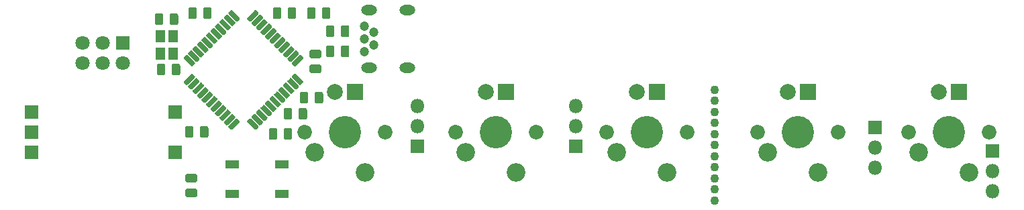
<source format=gbr>
%TF.GenerationSoftware,KiCad,Pcbnew,(5.1.5)-3*%
%TF.CreationDate,2021-05-14T13:57:35-05:00*%
%TF.ProjectId,Pikatea Macropad GB3,50696b61-7465-4612-904d-6163726f7061,rev?*%
%TF.SameCoordinates,Original*%
%TF.FileFunction,Soldermask,Top*%
%TF.FilePolarity,Negative*%
%FSLAX46Y46*%
G04 Gerber Fmt 4.6, Leading zero omitted, Abs format (unit mm)*
G04 Created by KiCad (PCBNEW (5.1.5)-3) date 2021-05-14 13:57:35*
%MOMM*%
%LPD*%
G04 APERTURE LIST*
%ADD10C,1.100000*%
%ADD11C,1.800000*%
%ADD12R,1.800000X1.800000*%
%ADD13O,1.800000X1.800000*%
%ADD14R,1.800000X1.100000*%
%ADD15C,1.850000*%
%ADD16R,2.005000X2.005000*%
%ADD17C,2.005000*%
%ADD18C,2.350000*%
%ADD19C,4.087800*%
%ADD20O,2.000000X1.300000*%
%ADD21C,1.200000*%
%ADD22R,1.300000X1.500000*%
%ADD23C,0.100000*%
G04 APERTURE END LIST*
D10*
%TO.C,J6*%
X177546000Y-99580000D03*
X177546000Y-113580000D03*
X177546000Y-112180000D03*
X177546000Y-110780000D03*
X177546000Y-109380000D03*
X177546000Y-107980000D03*
X177546000Y-100980000D03*
X177546000Y-102380000D03*
X177546000Y-103780000D03*
X177546000Y-105180000D03*
X177546000Y-106580000D03*
%TD*%
D11*
%TO.C,J1*%
X97810000Y-96240000D03*
X97810000Y-93700000D03*
X100350000Y-96240000D03*
X100350000Y-93700000D03*
X102890000Y-96240000D03*
D12*
X102890000Y-93700000D03*
%TD*%
D13*
%TO.C,J7*%
X160000000Y-101620000D03*
X160000000Y-104160000D03*
D12*
X160000000Y-106700000D03*
%TD*%
D13*
%TO.C,J3*%
X140000000Y-101620000D03*
X140000000Y-104160000D03*
D12*
X140000000Y-106700000D03*
%TD*%
D14*
%TO.C,SW1*%
X122936000Y-112766000D03*
X116636000Y-112766000D03*
X122936000Y-108966000D03*
X116636000Y-108966000D03*
%TD*%
D15*
%TO.C,MX5*%
X212130000Y-104920000D03*
X201970000Y-104920000D03*
D16*
X208320000Y-99840000D03*
D17*
X205780000Y-99840000D03*
D18*
X203240000Y-107460000D03*
D19*
X207050000Y-104920000D03*
D18*
X209590000Y-110000000D03*
%TD*%
D15*
%TO.C,MX4*%
X193080000Y-104920000D03*
X182920000Y-104920000D03*
D16*
X189270000Y-99840000D03*
D17*
X186730000Y-99840000D03*
D18*
X184190000Y-107460000D03*
D19*
X188000000Y-104920000D03*
D18*
X190540000Y-110000000D03*
%TD*%
D15*
%TO.C,MX3*%
X174030000Y-104920000D03*
X163870000Y-104920000D03*
D16*
X170220000Y-99840000D03*
D17*
X167680000Y-99840000D03*
D18*
X165140000Y-107460000D03*
D19*
X168950000Y-104920000D03*
D18*
X171490000Y-110000000D03*
%TD*%
D15*
%TO.C,MX2*%
X154980000Y-104920000D03*
X144820000Y-104920000D03*
D16*
X151170000Y-99840000D03*
D17*
X148630000Y-99840000D03*
D18*
X146090000Y-107460000D03*
D19*
X149900000Y-104920000D03*
D18*
X152440000Y-110000000D03*
%TD*%
D15*
%TO.C,MX1*%
X135930000Y-104920000D03*
X125770000Y-104920000D03*
D16*
X132120000Y-99840000D03*
D17*
X129580000Y-99840000D03*
D18*
X127040000Y-107460000D03*
D19*
X130850000Y-104920000D03*
D18*
X133390000Y-110000000D03*
%TD*%
D20*
%TO.C,J2*%
X133960000Y-89510000D03*
X133960000Y-96810000D03*
D21*
X133360000Y-94760000D03*
X134560000Y-93960000D03*
X133360000Y-93160000D03*
X134560000Y-92360000D03*
X133360000Y-91560000D03*
D20*
X138780000Y-96810000D03*
X138780000Y-89510000D03*
%TD*%
D22*
%TO.C,X1*%
X107620000Y-94996000D03*
X107620000Y-92796000D03*
X109220000Y-92796000D03*
X109220000Y-94996000D03*
%TD*%
D23*
%TO.C,R5*%
G36*
X129320092Y-93981294D02*
G01*
X129346181Y-93985164D01*
X129371764Y-93991572D01*
X129396596Y-94000457D01*
X129420438Y-94011734D01*
X129443060Y-94025293D01*
X129464243Y-94041003D01*
X129483785Y-94058715D01*
X129501497Y-94078257D01*
X129517207Y-94099440D01*
X129530766Y-94122062D01*
X129542043Y-94145904D01*
X129550928Y-94170736D01*
X129557336Y-94196319D01*
X129561206Y-94222408D01*
X129562500Y-94248750D01*
X129562500Y-95211250D01*
X129561206Y-95237592D01*
X129557336Y-95263681D01*
X129550928Y-95289264D01*
X129542043Y-95314096D01*
X129530766Y-95337938D01*
X129517207Y-95360560D01*
X129501497Y-95381743D01*
X129483785Y-95401285D01*
X129464243Y-95418997D01*
X129443060Y-95434707D01*
X129420438Y-95448266D01*
X129396596Y-95459543D01*
X129371764Y-95468428D01*
X129346181Y-95474836D01*
X129320092Y-95478706D01*
X129293750Y-95480000D01*
X128756250Y-95480000D01*
X128729908Y-95478706D01*
X128703819Y-95474836D01*
X128678236Y-95468428D01*
X128653404Y-95459543D01*
X128629562Y-95448266D01*
X128606940Y-95434707D01*
X128585757Y-95418997D01*
X128566215Y-95401285D01*
X128548503Y-95381743D01*
X128532793Y-95360560D01*
X128519234Y-95337938D01*
X128507957Y-95314096D01*
X128499072Y-95289264D01*
X128492664Y-95263681D01*
X128488794Y-95237592D01*
X128487500Y-95211250D01*
X128487500Y-94248750D01*
X128488794Y-94222408D01*
X128492664Y-94196319D01*
X128499072Y-94170736D01*
X128507957Y-94145904D01*
X128519234Y-94122062D01*
X128532793Y-94099440D01*
X128548503Y-94078257D01*
X128566215Y-94058715D01*
X128585757Y-94041003D01*
X128606940Y-94025293D01*
X128629562Y-94011734D01*
X128653404Y-94000457D01*
X128678236Y-93991572D01*
X128703819Y-93985164D01*
X128729908Y-93981294D01*
X128756250Y-93980000D01*
X129293750Y-93980000D01*
X129320092Y-93981294D01*
G37*
G36*
X131195092Y-93981294D02*
G01*
X131221181Y-93985164D01*
X131246764Y-93991572D01*
X131271596Y-94000457D01*
X131295438Y-94011734D01*
X131318060Y-94025293D01*
X131339243Y-94041003D01*
X131358785Y-94058715D01*
X131376497Y-94078257D01*
X131392207Y-94099440D01*
X131405766Y-94122062D01*
X131417043Y-94145904D01*
X131425928Y-94170736D01*
X131432336Y-94196319D01*
X131436206Y-94222408D01*
X131437500Y-94248750D01*
X131437500Y-95211250D01*
X131436206Y-95237592D01*
X131432336Y-95263681D01*
X131425928Y-95289264D01*
X131417043Y-95314096D01*
X131405766Y-95337938D01*
X131392207Y-95360560D01*
X131376497Y-95381743D01*
X131358785Y-95401285D01*
X131339243Y-95418997D01*
X131318060Y-95434707D01*
X131295438Y-95448266D01*
X131271596Y-95459543D01*
X131246764Y-95468428D01*
X131221181Y-95474836D01*
X131195092Y-95478706D01*
X131168750Y-95480000D01*
X130631250Y-95480000D01*
X130604908Y-95478706D01*
X130578819Y-95474836D01*
X130553236Y-95468428D01*
X130528404Y-95459543D01*
X130504562Y-95448266D01*
X130481940Y-95434707D01*
X130460757Y-95418997D01*
X130441215Y-95401285D01*
X130423503Y-95381743D01*
X130407793Y-95360560D01*
X130394234Y-95337938D01*
X130382957Y-95314096D01*
X130374072Y-95289264D01*
X130367664Y-95263681D01*
X130363794Y-95237592D01*
X130362500Y-95211250D01*
X130362500Y-94248750D01*
X130363794Y-94222408D01*
X130367664Y-94196319D01*
X130374072Y-94170736D01*
X130382957Y-94145904D01*
X130394234Y-94122062D01*
X130407793Y-94099440D01*
X130423503Y-94078257D01*
X130441215Y-94058715D01*
X130460757Y-94041003D01*
X130481940Y-94025293D01*
X130504562Y-94011734D01*
X130528404Y-94000457D01*
X130553236Y-93991572D01*
X130578819Y-93985164D01*
X130604908Y-93981294D01*
X130631250Y-93980000D01*
X131168750Y-93980000D01*
X131195092Y-93981294D01*
G37*
%TD*%
%TO.C,R4*%
G36*
X129320092Y-91441294D02*
G01*
X129346181Y-91445164D01*
X129371764Y-91451572D01*
X129396596Y-91460457D01*
X129420438Y-91471734D01*
X129443060Y-91485293D01*
X129464243Y-91501003D01*
X129483785Y-91518715D01*
X129501497Y-91538257D01*
X129517207Y-91559440D01*
X129530766Y-91582062D01*
X129542043Y-91605904D01*
X129550928Y-91630736D01*
X129557336Y-91656319D01*
X129561206Y-91682408D01*
X129562500Y-91708750D01*
X129562500Y-92671250D01*
X129561206Y-92697592D01*
X129557336Y-92723681D01*
X129550928Y-92749264D01*
X129542043Y-92774096D01*
X129530766Y-92797938D01*
X129517207Y-92820560D01*
X129501497Y-92841743D01*
X129483785Y-92861285D01*
X129464243Y-92878997D01*
X129443060Y-92894707D01*
X129420438Y-92908266D01*
X129396596Y-92919543D01*
X129371764Y-92928428D01*
X129346181Y-92934836D01*
X129320092Y-92938706D01*
X129293750Y-92940000D01*
X128756250Y-92940000D01*
X128729908Y-92938706D01*
X128703819Y-92934836D01*
X128678236Y-92928428D01*
X128653404Y-92919543D01*
X128629562Y-92908266D01*
X128606940Y-92894707D01*
X128585757Y-92878997D01*
X128566215Y-92861285D01*
X128548503Y-92841743D01*
X128532793Y-92820560D01*
X128519234Y-92797938D01*
X128507957Y-92774096D01*
X128499072Y-92749264D01*
X128492664Y-92723681D01*
X128488794Y-92697592D01*
X128487500Y-92671250D01*
X128487500Y-91708750D01*
X128488794Y-91682408D01*
X128492664Y-91656319D01*
X128499072Y-91630736D01*
X128507957Y-91605904D01*
X128519234Y-91582062D01*
X128532793Y-91559440D01*
X128548503Y-91538257D01*
X128566215Y-91518715D01*
X128585757Y-91501003D01*
X128606940Y-91485293D01*
X128629562Y-91471734D01*
X128653404Y-91460457D01*
X128678236Y-91451572D01*
X128703819Y-91445164D01*
X128729908Y-91441294D01*
X128756250Y-91440000D01*
X129293750Y-91440000D01*
X129320092Y-91441294D01*
G37*
G36*
X131195092Y-91441294D02*
G01*
X131221181Y-91445164D01*
X131246764Y-91451572D01*
X131271596Y-91460457D01*
X131295438Y-91471734D01*
X131318060Y-91485293D01*
X131339243Y-91501003D01*
X131358785Y-91518715D01*
X131376497Y-91538257D01*
X131392207Y-91559440D01*
X131405766Y-91582062D01*
X131417043Y-91605904D01*
X131425928Y-91630736D01*
X131432336Y-91656319D01*
X131436206Y-91682408D01*
X131437500Y-91708750D01*
X131437500Y-92671250D01*
X131436206Y-92697592D01*
X131432336Y-92723681D01*
X131425928Y-92749264D01*
X131417043Y-92774096D01*
X131405766Y-92797938D01*
X131392207Y-92820560D01*
X131376497Y-92841743D01*
X131358785Y-92861285D01*
X131339243Y-92878997D01*
X131318060Y-92894707D01*
X131295438Y-92908266D01*
X131271596Y-92919543D01*
X131246764Y-92928428D01*
X131221181Y-92934836D01*
X131195092Y-92938706D01*
X131168750Y-92940000D01*
X130631250Y-92940000D01*
X130604908Y-92938706D01*
X130578819Y-92934836D01*
X130553236Y-92928428D01*
X130528404Y-92919543D01*
X130504562Y-92908266D01*
X130481940Y-92894707D01*
X130460757Y-92878997D01*
X130441215Y-92861285D01*
X130423503Y-92841743D01*
X130407793Y-92820560D01*
X130394234Y-92797938D01*
X130382957Y-92774096D01*
X130374072Y-92749264D01*
X130367664Y-92723681D01*
X130363794Y-92697592D01*
X130362500Y-92671250D01*
X130362500Y-91708750D01*
X130363794Y-91682408D01*
X130367664Y-91656319D01*
X130374072Y-91630736D01*
X130382957Y-91605904D01*
X130394234Y-91582062D01*
X130407793Y-91559440D01*
X130423503Y-91538257D01*
X130441215Y-91518715D01*
X130460757Y-91501003D01*
X130481940Y-91485293D01*
X130504562Y-91471734D01*
X130528404Y-91460457D01*
X130553236Y-91451572D01*
X130578819Y-91445164D01*
X130604908Y-91441294D01*
X130631250Y-91440000D01*
X131168750Y-91440000D01*
X131195092Y-91441294D01*
G37*
%TD*%
%TO.C,R3*%
G36*
X112013592Y-112082794D02*
G01*
X112039681Y-112086664D01*
X112065264Y-112093072D01*
X112090096Y-112101957D01*
X112113938Y-112113234D01*
X112136560Y-112126793D01*
X112157743Y-112142503D01*
X112177285Y-112160215D01*
X112194997Y-112179757D01*
X112210707Y-112200940D01*
X112224266Y-112223562D01*
X112235543Y-112247404D01*
X112244428Y-112272236D01*
X112250836Y-112297819D01*
X112254706Y-112323908D01*
X112256000Y-112350250D01*
X112256000Y-112887750D01*
X112254706Y-112914092D01*
X112250836Y-112940181D01*
X112244428Y-112965764D01*
X112235543Y-112990596D01*
X112224266Y-113014438D01*
X112210707Y-113037060D01*
X112194997Y-113058243D01*
X112177285Y-113077785D01*
X112157743Y-113095497D01*
X112136560Y-113111207D01*
X112113938Y-113124766D01*
X112090096Y-113136043D01*
X112065264Y-113144928D01*
X112039681Y-113151336D01*
X112013592Y-113155206D01*
X111987250Y-113156500D01*
X111024750Y-113156500D01*
X110998408Y-113155206D01*
X110972319Y-113151336D01*
X110946736Y-113144928D01*
X110921904Y-113136043D01*
X110898062Y-113124766D01*
X110875440Y-113111207D01*
X110854257Y-113095497D01*
X110834715Y-113077785D01*
X110817003Y-113058243D01*
X110801293Y-113037060D01*
X110787734Y-113014438D01*
X110776457Y-112990596D01*
X110767572Y-112965764D01*
X110761164Y-112940181D01*
X110757294Y-112914092D01*
X110756000Y-112887750D01*
X110756000Y-112350250D01*
X110757294Y-112323908D01*
X110761164Y-112297819D01*
X110767572Y-112272236D01*
X110776457Y-112247404D01*
X110787734Y-112223562D01*
X110801293Y-112200940D01*
X110817003Y-112179757D01*
X110834715Y-112160215D01*
X110854257Y-112142503D01*
X110875440Y-112126793D01*
X110898062Y-112113234D01*
X110921904Y-112101957D01*
X110946736Y-112093072D01*
X110972319Y-112086664D01*
X110998408Y-112082794D01*
X111024750Y-112081500D01*
X111987250Y-112081500D01*
X112013592Y-112082794D01*
G37*
G36*
X112013592Y-110207794D02*
G01*
X112039681Y-110211664D01*
X112065264Y-110218072D01*
X112090096Y-110226957D01*
X112113938Y-110238234D01*
X112136560Y-110251793D01*
X112157743Y-110267503D01*
X112177285Y-110285215D01*
X112194997Y-110304757D01*
X112210707Y-110325940D01*
X112224266Y-110348562D01*
X112235543Y-110372404D01*
X112244428Y-110397236D01*
X112250836Y-110422819D01*
X112254706Y-110448908D01*
X112256000Y-110475250D01*
X112256000Y-111012750D01*
X112254706Y-111039092D01*
X112250836Y-111065181D01*
X112244428Y-111090764D01*
X112235543Y-111115596D01*
X112224266Y-111139438D01*
X112210707Y-111162060D01*
X112194997Y-111183243D01*
X112177285Y-111202785D01*
X112157743Y-111220497D01*
X112136560Y-111236207D01*
X112113938Y-111249766D01*
X112090096Y-111261043D01*
X112065264Y-111269928D01*
X112039681Y-111276336D01*
X112013592Y-111280206D01*
X111987250Y-111281500D01*
X111024750Y-111281500D01*
X110998408Y-111280206D01*
X110972319Y-111276336D01*
X110946736Y-111269928D01*
X110921904Y-111261043D01*
X110898062Y-111249766D01*
X110875440Y-111236207D01*
X110854257Y-111220497D01*
X110834715Y-111202785D01*
X110817003Y-111183243D01*
X110801293Y-111162060D01*
X110787734Y-111139438D01*
X110776457Y-111115596D01*
X110767572Y-111090764D01*
X110761164Y-111065181D01*
X110757294Y-111039092D01*
X110756000Y-111012750D01*
X110756000Y-110475250D01*
X110757294Y-110448908D01*
X110761164Y-110422819D01*
X110767572Y-110397236D01*
X110776457Y-110372404D01*
X110787734Y-110348562D01*
X110801293Y-110325940D01*
X110817003Y-110304757D01*
X110834715Y-110285215D01*
X110854257Y-110267503D01*
X110875440Y-110251793D01*
X110898062Y-110238234D01*
X110921904Y-110226957D01*
X110946736Y-110218072D01*
X110972319Y-110211664D01*
X110998408Y-110207794D01*
X111024750Y-110206500D01*
X111987250Y-110206500D01*
X112013592Y-110207794D01*
G37*
%TD*%
D13*
%TO.C,J4*%
X212598000Y-112395000D03*
X212598000Y-109855000D03*
D12*
X212598000Y-107315000D03*
%TD*%
D23*
%TO.C,C10*%
G36*
X125868092Y-101867294D02*
G01*
X125894181Y-101871164D01*
X125919764Y-101877572D01*
X125944596Y-101886457D01*
X125968438Y-101897734D01*
X125991060Y-101911293D01*
X126012243Y-101927003D01*
X126031785Y-101944715D01*
X126049497Y-101964257D01*
X126065207Y-101985440D01*
X126078766Y-102008062D01*
X126090043Y-102031904D01*
X126098928Y-102056736D01*
X126105336Y-102082319D01*
X126109206Y-102108408D01*
X126110500Y-102134750D01*
X126110500Y-103097250D01*
X126109206Y-103123592D01*
X126105336Y-103149681D01*
X126098928Y-103175264D01*
X126090043Y-103200096D01*
X126078766Y-103223938D01*
X126065207Y-103246560D01*
X126049497Y-103267743D01*
X126031785Y-103287285D01*
X126012243Y-103304997D01*
X125991060Y-103320707D01*
X125968438Y-103334266D01*
X125944596Y-103345543D01*
X125919764Y-103354428D01*
X125894181Y-103360836D01*
X125868092Y-103364706D01*
X125841750Y-103366000D01*
X125304250Y-103366000D01*
X125277908Y-103364706D01*
X125251819Y-103360836D01*
X125226236Y-103354428D01*
X125201404Y-103345543D01*
X125177562Y-103334266D01*
X125154940Y-103320707D01*
X125133757Y-103304997D01*
X125114215Y-103287285D01*
X125096503Y-103267743D01*
X125080793Y-103246560D01*
X125067234Y-103223938D01*
X125055957Y-103200096D01*
X125047072Y-103175264D01*
X125040664Y-103149681D01*
X125036794Y-103123592D01*
X125035500Y-103097250D01*
X125035500Y-102134750D01*
X125036794Y-102108408D01*
X125040664Y-102082319D01*
X125047072Y-102056736D01*
X125055957Y-102031904D01*
X125067234Y-102008062D01*
X125080793Y-101985440D01*
X125096503Y-101964257D01*
X125114215Y-101944715D01*
X125133757Y-101927003D01*
X125154940Y-101911293D01*
X125177562Y-101897734D01*
X125201404Y-101886457D01*
X125226236Y-101877572D01*
X125251819Y-101871164D01*
X125277908Y-101867294D01*
X125304250Y-101866000D01*
X125841750Y-101866000D01*
X125868092Y-101867294D01*
G37*
G36*
X123993092Y-101867294D02*
G01*
X124019181Y-101871164D01*
X124044764Y-101877572D01*
X124069596Y-101886457D01*
X124093438Y-101897734D01*
X124116060Y-101911293D01*
X124137243Y-101927003D01*
X124156785Y-101944715D01*
X124174497Y-101964257D01*
X124190207Y-101985440D01*
X124203766Y-102008062D01*
X124215043Y-102031904D01*
X124223928Y-102056736D01*
X124230336Y-102082319D01*
X124234206Y-102108408D01*
X124235500Y-102134750D01*
X124235500Y-103097250D01*
X124234206Y-103123592D01*
X124230336Y-103149681D01*
X124223928Y-103175264D01*
X124215043Y-103200096D01*
X124203766Y-103223938D01*
X124190207Y-103246560D01*
X124174497Y-103267743D01*
X124156785Y-103287285D01*
X124137243Y-103304997D01*
X124116060Y-103320707D01*
X124093438Y-103334266D01*
X124069596Y-103345543D01*
X124044764Y-103354428D01*
X124019181Y-103360836D01*
X123993092Y-103364706D01*
X123966750Y-103366000D01*
X123429250Y-103366000D01*
X123402908Y-103364706D01*
X123376819Y-103360836D01*
X123351236Y-103354428D01*
X123326404Y-103345543D01*
X123302562Y-103334266D01*
X123279940Y-103320707D01*
X123258757Y-103304997D01*
X123239215Y-103287285D01*
X123221503Y-103267743D01*
X123205793Y-103246560D01*
X123192234Y-103223938D01*
X123180957Y-103200096D01*
X123172072Y-103175264D01*
X123165664Y-103149681D01*
X123161794Y-103123592D01*
X123160500Y-103097250D01*
X123160500Y-102134750D01*
X123161794Y-102108408D01*
X123165664Y-102082319D01*
X123172072Y-102056736D01*
X123180957Y-102031904D01*
X123192234Y-102008062D01*
X123205793Y-101985440D01*
X123221503Y-101964257D01*
X123239215Y-101944715D01*
X123258757Y-101927003D01*
X123279940Y-101911293D01*
X123302562Y-101897734D01*
X123326404Y-101886457D01*
X123351236Y-101877572D01*
X123376819Y-101871164D01*
X123402908Y-101867294D01*
X123429250Y-101866000D01*
X123966750Y-101866000D01*
X123993092Y-101867294D01*
G37*
%TD*%
%TO.C,C9*%
G36*
X128819092Y-89167294D02*
G01*
X128845181Y-89171164D01*
X128870764Y-89177572D01*
X128895596Y-89186457D01*
X128919438Y-89197734D01*
X128942060Y-89211293D01*
X128963243Y-89227003D01*
X128982785Y-89244715D01*
X129000497Y-89264257D01*
X129016207Y-89285440D01*
X129029766Y-89308062D01*
X129041043Y-89331904D01*
X129049928Y-89356736D01*
X129056336Y-89382319D01*
X129060206Y-89408408D01*
X129061500Y-89434750D01*
X129061500Y-90397250D01*
X129060206Y-90423592D01*
X129056336Y-90449681D01*
X129049928Y-90475264D01*
X129041043Y-90500096D01*
X129029766Y-90523938D01*
X129016207Y-90546560D01*
X129000497Y-90567743D01*
X128982785Y-90587285D01*
X128963243Y-90604997D01*
X128942060Y-90620707D01*
X128919438Y-90634266D01*
X128895596Y-90645543D01*
X128870764Y-90654428D01*
X128845181Y-90660836D01*
X128819092Y-90664706D01*
X128792750Y-90666000D01*
X128255250Y-90666000D01*
X128228908Y-90664706D01*
X128202819Y-90660836D01*
X128177236Y-90654428D01*
X128152404Y-90645543D01*
X128128562Y-90634266D01*
X128105940Y-90620707D01*
X128084757Y-90604997D01*
X128065215Y-90587285D01*
X128047503Y-90567743D01*
X128031793Y-90546560D01*
X128018234Y-90523938D01*
X128006957Y-90500096D01*
X127998072Y-90475264D01*
X127991664Y-90449681D01*
X127987794Y-90423592D01*
X127986500Y-90397250D01*
X127986500Y-89434750D01*
X127987794Y-89408408D01*
X127991664Y-89382319D01*
X127998072Y-89356736D01*
X128006957Y-89331904D01*
X128018234Y-89308062D01*
X128031793Y-89285440D01*
X128047503Y-89264257D01*
X128065215Y-89244715D01*
X128084757Y-89227003D01*
X128105940Y-89211293D01*
X128128562Y-89197734D01*
X128152404Y-89186457D01*
X128177236Y-89177572D01*
X128202819Y-89171164D01*
X128228908Y-89167294D01*
X128255250Y-89166000D01*
X128792750Y-89166000D01*
X128819092Y-89167294D01*
G37*
G36*
X126944092Y-89167294D02*
G01*
X126970181Y-89171164D01*
X126995764Y-89177572D01*
X127020596Y-89186457D01*
X127044438Y-89197734D01*
X127067060Y-89211293D01*
X127088243Y-89227003D01*
X127107785Y-89244715D01*
X127125497Y-89264257D01*
X127141207Y-89285440D01*
X127154766Y-89308062D01*
X127166043Y-89331904D01*
X127174928Y-89356736D01*
X127181336Y-89382319D01*
X127185206Y-89408408D01*
X127186500Y-89434750D01*
X127186500Y-90397250D01*
X127185206Y-90423592D01*
X127181336Y-90449681D01*
X127174928Y-90475264D01*
X127166043Y-90500096D01*
X127154766Y-90523938D01*
X127141207Y-90546560D01*
X127125497Y-90567743D01*
X127107785Y-90587285D01*
X127088243Y-90604997D01*
X127067060Y-90620707D01*
X127044438Y-90634266D01*
X127020596Y-90645543D01*
X126995764Y-90654428D01*
X126970181Y-90660836D01*
X126944092Y-90664706D01*
X126917750Y-90666000D01*
X126380250Y-90666000D01*
X126353908Y-90664706D01*
X126327819Y-90660836D01*
X126302236Y-90654428D01*
X126277404Y-90645543D01*
X126253562Y-90634266D01*
X126230940Y-90620707D01*
X126209757Y-90604997D01*
X126190215Y-90587285D01*
X126172503Y-90567743D01*
X126156793Y-90546560D01*
X126143234Y-90523938D01*
X126131957Y-90500096D01*
X126123072Y-90475264D01*
X126116664Y-90449681D01*
X126112794Y-90423592D01*
X126111500Y-90397250D01*
X126111500Y-89434750D01*
X126112794Y-89408408D01*
X126116664Y-89382319D01*
X126123072Y-89356736D01*
X126131957Y-89331904D01*
X126143234Y-89308062D01*
X126156793Y-89285440D01*
X126172503Y-89264257D01*
X126190215Y-89244715D01*
X126209757Y-89227003D01*
X126230940Y-89211293D01*
X126253562Y-89197734D01*
X126277404Y-89186457D01*
X126302236Y-89177572D01*
X126327819Y-89171164D01*
X126353908Y-89167294D01*
X126380250Y-89166000D01*
X126917750Y-89166000D01*
X126944092Y-89167294D01*
G37*
%TD*%
%TO.C,C8*%
G36*
X109612092Y-89929294D02*
G01*
X109638181Y-89933164D01*
X109663764Y-89939572D01*
X109688596Y-89948457D01*
X109712438Y-89959734D01*
X109735060Y-89973293D01*
X109756243Y-89989003D01*
X109775785Y-90006715D01*
X109793497Y-90026257D01*
X109809207Y-90047440D01*
X109822766Y-90070062D01*
X109834043Y-90093904D01*
X109842928Y-90118736D01*
X109849336Y-90144319D01*
X109853206Y-90170408D01*
X109854500Y-90196750D01*
X109854500Y-91159250D01*
X109853206Y-91185592D01*
X109849336Y-91211681D01*
X109842928Y-91237264D01*
X109834043Y-91262096D01*
X109822766Y-91285938D01*
X109809207Y-91308560D01*
X109793497Y-91329743D01*
X109775785Y-91349285D01*
X109756243Y-91366997D01*
X109735060Y-91382707D01*
X109712438Y-91396266D01*
X109688596Y-91407543D01*
X109663764Y-91416428D01*
X109638181Y-91422836D01*
X109612092Y-91426706D01*
X109585750Y-91428000D01*
X109048250Y-91428000D01*
X109021908Y-91426706D01*
X108995819Y-91422836D01*
X108970236Y-91416428D01*
X108945404Y-91407543D01*
X108921562Y-91396266D01*
X108898940Y-91382707D01*
X108877757Y-91366997D01*
X108858215Y-91349285D01*
X108840503Y-91329743D01*
X108824793Y-91308560D01*
X108811234Y-91285938D01*
X108799957Y-91262096D01*
X108791072Y-91237264D01*
X108784664Y-91211681D01*
X108780794Y-91185592D01*
X108779500Y-91159250D01*
X108779500Y-90196750D01*
X108780794Y-90170408D01*
X108784664Y-90144319D01*
X108791072Y-90118736D01*
X108799957Y-90093904D01*
X108811234Y-90070062D01*
X108824793Y-90047440D01*
X108840503Y-90026257D01*
X108858215Y-90006715D01*
X108877757Y-89989003D01*
X108898940Y-89973293D01*
X108921562Y-89959734D01*
X108945404Y-89948457D01*
X108970236Y-89939572D01*
X108995819Y-89933164D01*
X109021908Y-89929294D01*
X109048250Y-89928000D01*
X109585750Y-89928000D01*
X109612092Y-89929294D01*
G37*
G36*
X107737092Y-89929294D02*
G01*
X107763181Y-89933164D01*
X107788764Y-89939572D01*
X107813596Y-89948457D01*
X107837438Y-89959734D01*
X107860060Y-89973293D01*
X107881243Y-89989003D01*
X107900785Y-90006715D01*
X107918497Y-90026257D01*
X107934207Y-90047440D01*
X107947766Y-90070062D01*
X107959043Y-90093904D01*
X107967928Y-90118736D01*
X107974336Y-90144319D01*
X107978206Y-90170408D01*
X107979500Y-90196750D01*
X107979500Y-91159250D01*
X107978206Y-91185592D01*
X107974336Y-91211681D01*
X107967928Y-91237264D01*
X107959043Y-91262096D01*
X107947766Y-91285938D01*
X107934207Y-91308560D01*
X107918497Y-91329743D01*
X107900785Y-91349285D01*
X107881243Y-91366997D01*
X107860060Y-91382707D01*
X107837438Y-91396266D01*
X107813596Y-91407543D01*
X107788764Y-91416428D01*
X107763181Y-91422836D01*
X107737092Y-91426706D01*
X107710750Y-91428000D01*
X107173250Y-91428000D01*
X107146908Y-91426706D01*
X107120819Y-91422836D01*
X107095236Y-91416428D01*
X107070404Y-91407543D01*
X107046562Y-91396266D01*
X107023940Y-91382707D01*
X107002757Y-91366997D01*
X106983215Y-91349285D01*
X106965503Y-91329743D01*
X106949793Y-91308560D01*
X106936234Y-91285938D01*
X106924957Y-91262096D01*
X106916072Y-91237264D01*
X106909664Y-91211681D01*
X106905794Y-91185592D01*
X106904500Y-91159250D01*
X106904500Y-90196750D01*
X106905794Y-90170408D01*
X106909664Y-90144319D01*
X106916072Y-90118736D01*
X106924957Y-90093904D01*
X106936234Y-90070062D01*
X106949793Y-90047440D01*
X106965503Y-90026257D01*
X106983215Y-90006715D01*
X107002757Y-89989003D01*
X107023940Y-89973293D01*
X107046562Y-89959734D01*
X107070404Y-89948457D01*
X107095236Y-89939572D01*
X107120819Y-89933164D01*
X107146908Y-89929294D01*
X107173250Y-89928000D01*
X107710750Y-89928000D01*
X107737092Y-89929294D01*
G37*
%TD*%
%TO.C,C7*%
G36*
X107991092Y-96279294D02*
G01*
X108017181Y-96283164D01*
X108042764Y-96289572D01*
X108067596Y-96298457D01*
X108091438Y-96309734D01*
X108114060Y-96323293D01*
X108135243Y-96339003D01*
X108154785Y-96356715D01*
X108172497Y-96376257D01*
X108188207Y-96397440D01*
X108201766Y-96420062D01*
X108213043Y-96443904D01*
X108221928Y-96468736D01*
X108228336Y-96494319D01*
X108232206Y-96520408D01*
X108233500Y-96546750D01*
X108233500Y-97509250D01*
X108232206Y-97535592D01*
X108228336Y-97561681D01*
X108221928Y-97587264D01*
X108213043Y-97612096D01*
X108201766Y-97635938D01*
X108188207Y-97658560D01*
X108172497Y-97679743D01*
X108154785Y-97699285D01*
X108135243Y-97716997D01*
X108114060Y-97732707D01*
X108091438Y-97746266D01*
X108067596Y-97757543D01*
X108042764Y-97766428D01*
X108017181Y-97772836D01*
X107991092Y-97776706D01*
X107964750Y-97778000D01*
X107427250Y-97778000D01*
X107400908Y-97776706D01*
X107374819Y-97772836D01*
X107349236Y-97766428D01*
X107324404Y-97757543D01*
X107300562Y-97746266D01*
X107277940Y-97732707D01*
X107256757Y-97716997D01*
X107237215Y-97699285D01*
X107219503Y-97679743D01*
X107203793Y-97658560D01*
X107190234Y-97635938D01*
X107178957Y-97612096D01*
X107170072Y-97587264D01*
X107163664Y-97561681D01*
X107159794Y-97535592D01*
X107158500Y-97509250D01*
X107158500Y-96546750D01*
X107159794Y-96520408D01*
X107163664Y-96494319D01*
X107170072Y-96468736D01*
X107178957Y-96443904D01*
X107190234Y-96420062D01*
X107203793Y-96397440D01*
X107219503Y-96376257D01*
X107237215Y-96356715D01*
X107256757Y-96339003D01*
X107277940Y-96323293D01*
X107300562Y-96309734D01*
X107324404Y-96298457D01*
X107349236Y-96289572D01*
X107374819Y-96283164D01*
X107400908Y-96279294D01*
X107427250Y-96278000D01*
X107964750Y-96278000D01*
X107991092Y-96279294D01*
G37*
G36*
X109866092Y-96279294D02*
G01*
X109892181Y-96283164D01*
X109917764Y-96289572D01*
X109942596Y-96298457D01*
X109966438Y-96309734D01*
X109989060Y-96323293D01*
X110010243Y-96339003D01*
X110029785Y-96356715D01*
X110047497Y-96376257D01*
X110063207Y-96397440D01*
X110076766Y-96420062D01*
X110088043Y-96443904D01*
X110096928Y-96468736D01*
X110103336Y-96494319D01*
X110107206Y-96520408D01*
X110108500Y-96546750D01*
X110108500Y-97509250D01*
X110107206Y-97535592D01*
X110103336Y-97561681D01*
X110096928Y-97587264D01*
X110088043Y-97612096D01*
X110076766Y-97635938D01*
X110063207Y-97658560D01*
X110047497Y-97679743D01*
X110029785Y-97699285D01*
X110010243Y-97716997D01*
X109989060Y-97732707D01*
X109966438Y-97746266D01*
X109942596Y-97757543D01*
X109917764Y-97766428D01*
X109892181Y-97772836D01*
X109866092Y-97776706D01*
X109839750Y-97778000D01*
X109302250Y-97778000D01*
X109275908Y-97776706D01*
X109249819Y-97772836D01*
X109224236Y-97766428D01*
X109199404Y-97757543D01*
X109175562Y-97746266D01*
X109152940Y-97732707D01*
X109131757Y-97716997D01*
X109112215Y-97699285D01*
X109094503Y-97679743D01*
X109078793Y-97658560D01*
X109065234Y-97635938D01*
X109053957Y-97612096D01*
X109045072Y-97587264D01*
X109038664Y-97561681D01*
X109034794Y-97535592D01*
X109033500Y-97509250D01*
X109033500Y-96546750D01*
X109034794Y-96520408D01*
X109038664Y-96494319D01*
X109045072Y-96468736D01*
X109053957Y-96443904D01*
X109065234Y-96420062D01*
X109078793Y-96397440D01*
X109094503Y-96376257D01*
X109112215Y-96356715D01*
X109131757Y-96339003D01*
X109152940Y-96323293D01*
X109175562Y-96309734D01*
X109199404Y-96298457D01*
X109224236Y-96289572D01*
X109249819Y-96283164D01*
X109275908Y-96279294D01*
X109302250Y-96278000D01*
X109839750Y-96278000D01*
X109866092Y-96279294D01*
G37*
%TD*%
%TO.C,C6*%
G36*
X127687592Y-96408794D02*
G01*
X127713681Y-96412664D01*
X127739264Y-96419072D01*
X127764096Y-96427957D01*
X127787938Y-96439234D01*
X127810560Y-96452793D01*
X127831743Y-96468503D01*
X127851285Y-96486215D01*
X127868997Y-96505757D01*
X127884707Y-96526940D01*
X127898266Y-96549562D01*
X127909543Y-96573404D01*
X127918428Y-96598236D01*
X127924836Y-96623819D01*
X127928706Y-96649908D01*
X127930000Y-96676250D01*
X127930000Y-97213750D01*
X127928706Y-97240092D01*
X127924836Y-97266181D01*
X127918428Y-97291764D01*
X127909543Y-97316596D01*
X127898266Y-97340438D01*
X127884707Y-97363060D01*
X127868997Y-97384243D01*
X127851285Y-97403785D01*
X127831743Y-97421497D01*
X127810560Y-97437207D01*
X127787938Y-97450766D01*
X127764096Y-97462043D01*
X127739264Y-97470928D01*
X127713681Y-97477336D01*
X127687592Y-97481206D01*
X127661250Y-97482500D01*
X126698750Y-97482500D01*
X126672408Y-97481206D01*
X126646319Y-97477336D01*
X126620736Y-97470928D01*
X126595904Y-97462043D01*
X126572062Y-97450766D01*
X126549440Y-97437207D01*
X126528257Y-97421497D01*
X126508715Y-97403785D01*
X126491003Y-97384243D01*
X126475293Y-97363060D01*
X126461734Y-97340438D01*
X126450457Y-97316596D01*
X126441572Y-97291764D01*
X126435164Y-97266181D01*
X126431294Y-97240092D01*
X126430000Y-97213750D01*
X126430000Y-96676250D01*
X126431294Y-96649908D01*
X126435164Y-96623819D01*
X126441572Y-96598236D01*
X126450457Y-96573404D01*
X126461734Y-96549562D01*
X126475293Y-96526940D01*
X126491003Y-96505757D01*
X126508715Y-96486215D01*
X126528257Y-96468503D01*
X126549440Y-96452793D01*
X126572062Y-96439234D01*
X126595904Y-96427957D01*
X126620736Y-96419072D01*
X126646319Y-96412664D01*
X126672408Y-96408794D01*
X126698750Y-96407500D01*
X127661250Y-96407500D01*
X127687592Y-96408794D01*
G37*
G36*
X127687592Y-94533794D02*
G01*
X127713681Y-94537664D01*
X127739264Y-94544072D01*
X127764096Y-94552957D01*
X127787938Y-94564234D01*
X127810560Y-94577793D01*
X127831743Y-94593503D01*
X127851285Y-94611215D01*
X127868997Y-94630757D01*
X127884707Y-94651940D01*
X127898266Y-94674562D01*
X127909543Y-94698404D01*
X127918428Y-94723236D01*
X127924836Y-94748819D01*
X127928706Y-94774908D01*
X127930000Y-94801250D01*
X127930000Y-95338750D01*
X127928706Y-95365092D01*
X127924836Y-95391181D01*
X127918428Y-95416764D01*
X127909543Y-95441596D01*
X127898266Y-95465438D01*
X127884707Y-95488060D01*
X127868997Y-95509243D01*
X127851285Y-95528785D01*
X127831743Y-95546497D01*
X127810560Y-95562207D01*
X127787938Y-95575766D01*
X127764096Y-95587043D01*
X127739264Y-95595928D01*
X127713681Y-95602336D01*
X127687592Y-95606206D01*
X127661250Y-95607500D01*
X126698750Y-95607500D01*
X126672408Y-95606206D01*
X126646319Y-95602336D01*
X126620736Y-95595928D01*
X126595904Y-95587043D01*
X126572062Y-95575766D01*
X126549440Y-95562207D01*
X126528257Y-95546497D01*
X126508715Y-95528785D01*
X126491003Y-95509243D01*
X126475293Y-95488060D01*
X126461734Y-95465438D01*
X126450457Y-95441596D01*
X126441572Y-95416764D01*
X126435164Y-95391181D01*
X126431294Y-95365092D01*
X126430000Y-95338750D01*
X126430000Y-94801250D01*
X126431294Y-94774908D01*
X126435164Y-94748819D01*
X126441572Y-94723236D01*
X126450457Y-94698404D01*
X126461734Y-94674562D01*
X126475293Y-94651940D01*
X126491003Y-94630757D01*
X126508715Y-94611215D01*
X126528257Y-94593503D01*
X126549440Y-94577793D01*
X126572062Y-94564234D01*
X126595904Y-94552957D01*
X126620736Y-94544072D01*
X126646319Y-94537664D01*
X126672408Y-94533794D01*
X126698750Y-94532500D01*
X127661250Y-94532500D01*
X127687592Y-94533794D01*
G37*
%TD*%
%TO.C,C5*%
G36*
X123993092Y-104407294D02*
G01*
X124019181Y-104411164D01*
X124044764Y-104417572D01*
X124069596Y-104426457D01*
X124093438Y-104437734D01*
X124116060Y-104451293D01*
X124137243Y-104467003D01*
X124156785Y-104484715D01*
X124174497Y-104504257D01*
X124190207Y-104525440D01*
X124203766Y-104548062D01*
X124215043Y-104571904D01*
X124223928Y-104596736D01*
X124230336Y-104622319D01*
X124234206Y-104648408D01*
X124235500Y-104674750D01*
X124235500Y-105637250D01*
X124234206Y-105663592D01*
X124230336Y-105689681D01*
X124223928Y-105715264D01*
X124215043Y-105740096D01*
X124203766Y-105763938D01*
X124190207Y-105786560D01*
X124174497Y-105807743D01*
X124156785Y-105827285D01*
X124137243Y-105844997D01*
X124116060Y-105860707D01*
X124093438Y-105874266D01*
X124069596Y-105885543D01*
X124044764Y-105894428D01*
X124019181Y-105900836D01*
X123993092Y-105904706D01*
X123966750Y-105906000D01*
X123429250Y-105906000D01*
X123402908Y-105904706D01*
X123376819Y-105900836D01*
X123351236Y-105894428D01*
X123326404Y-105885543D01*
X123302562Y-105874266D01*
X123279940Y-105860707D01*
X123258757Y-105844997D01*
X123239215Y-105827285D01*
X123221503Y-105807743D01*
X123205793Y-105786560D01*
X123192234Y-105763938D01*
X123180957Y-105740096D01*
X123172072Y-105715264D01*
X123165664Y-105689681D01*
X123161794Y-105663592D01*
X123160500Y-105637250D01*
X123160500Y-104674750D01*
X123161794Y-104648408D01*
X123165664Y-104622319D01*
X123172072Y-104596736D01*
X123180957Y-104571904D01*
X123192234Y-104548062D01*
X123205793Y-104525440D01*
X123221503Y-104504257D01*
X123239215Y-104484715D01*
X123258757Y-104467003D01*
X123279940Y-104451293D01*
X123302562Y-104437734D01*
X123326404Y-104426457D01*
X123351236Y-104417572D01*
X123376819Y-104411164D01*
X123402908Y-104407294D01*
X123429250Y-104406000D01*
X123966750Y-104406000D01*
X123993092Y-104407294D01*
G37*
G36*
X122118092Y-104407294D02*
G01*
X122144181Y-104411164D01*
X122169764Y-104417572D01*
X122194596Y-104426457D01*
X122218438Y-104437734D01*
X122241060Y-104451293D01*
X122262243Y-104467003D01*
X122281785Y-104484715D01*
X122299497Y-104504257D01*
X122315207Y-104525440D01*
X122328766Y-104548062D01*
X122340043Y-104571904D01*
X122348928Y-104596736D01*
X122355336Y-104622319D01*
X122359206Y-104648408D01*
X122360500Y-104674750D01*
X122360500Y-105637250D01*
X122359206Y-105663592D01*
X122355336Y-105689681D01*
X122348928Y-105715264D01*
X122340043Y-105740096D01*
X122328766Y-105763938D01*
X122315207Y-105786560D01*
X122299497Y-105807743D01*
X122281785Y-105827285D01*
X122262243Y-105844997D01*
X122241060Y-105860707D01*
X122218438Y-105874266D01*
X122194596Y-105885543D01*
X122169764Y-105894428D01*
X122144181Y-105900836D01*
X122118092Y-105904706D01*
X122091750Y-105906000D01*
X121554250Y-105906000D01*
X121527908Y-105904706D01*
X121501819Y-105900836D01*
X121476236Y-105894428D01*
X121451404Y-105885543D01*
X121427562Y-105874266D01*
X121404940Y-105860707D01*
X121383757Y-105844997D01*
X121364215Y-105827285D01*
X121346503Y-105807743D01*
X121330793Y-105786560D01*
X121317234Y-105763938D01*
X121305957Y-105740096D01*
X121297072Y-105715264D01*
X121290664Y-105689681D01*
X121286794Y-105663592D01*
X121285500Y-105637250D01*
X121285500Y-104674750D01*
X121286794Y-104648408D01*
X121290664Y-104622319D01*
X121297072Y-104596736D01*
X121305957Y-104571904D01*
X121317234Y-104548062D01*
X121330793Y-104525440D01*
X121346503Y-104504257D01*
X121364215Y-104484715D01*
X121383757Y-104467003D01*
X121404940Y-104451293D01*
X121427562Y-104437734D01*
X121451404Y-104426457D01*
X121476236Y-104417572D01*
X121501819Y-104411164D01*
X121527908Y-104407294D01*
X121554250Y-104406000D01*
X122091750Y-104406000D01*
X122118092Y-104407294D01*
G37*
%TD*%
%TO.C,C4*%
G36*
X127900092Y-99835294D02*
G01*
X127926181Y-99839164D01*
X127951764Y-99845572D01*
X127976596Y-99854457D01*
X128000438Y-99865734D01*
X128023060Y-99879293D01*
X128044243Y-99895003D01*
X128063785Y-99912715D01*
X128081497Y-99932257D01*
X128097207Y-99953440D01*
X128110766Y-99976062D01*
X128122043Y-99999904D01*
X128130928Y-100024736D01*
X128137336Y-100050319D01*
X128141206Y-100076408D01*
X128142500Y-100102750D01*
X128142500Y-101065250D01*
X128141206Y-101091592D01*
X128137336Y-101117681D01*
X128130928Y-101143264D01*
X128122043Y-101168096D01*
X128110766Y-101191938D01*
X128097207Y-101214560D01*
X128081497Y-101235743D01*
X128063785Y-101255285D01*
X128044243Y-101272997D01*
X128023060Y-101288707D01*
X128000438Y-101302266D01*
X127976596Y-101313543D01*
X127951764Y-101322428D01*
X127926181Y-101328836D01*
X127900092Y-101332706D01*
X127873750Y-101334000D01*
X127336250Y-101334000D01*
X127309908Y-101332706D01*
X127283819Y-101328836D01*
X127258236Y-101322428D01*
X127233404Y-101313543D01*
X127209562Y-101302266D01*
X127186940Y-101288707D01*
X127165757Y-101272997D01*
X127146215Y-101255285D01*
X127128503Y-101235743D01*
X127112793Y-101214560D01*
X127099234Y-101191938D01*
X127087957Y-101168096D01*
X127079072Y-101143264D01*
X127072664Y-101117681D01*
X127068794Y-101091592D01*
X127067500Y-101065250D01*
X127067500Y-100102750D01*
X127068794Y-100076408D01*
X127072664Y-100050319D01*
X127079072Y-100024736D01*
X127087957Y-99999904D01*
X127099234Y-99976062D01*
X127112793Y-99953440D01*
X127128503Y-99932257D01*
X127146215Y-99912715D01*
X127165757Y-99895003D01*
X127186940Y-99879293D01*
X127209562Y-99865734D01*
X127233404Y-99854457D01*
X127258236Y-99845572D01*
X127283819Y-99839164D01*
X127309908Y-99835294D01*
X127336250Y-99834000D01*
X127873750Y-99834000D01*
X127900092Y-99835294D01*
G37*
G36*
X126025092Y-99835294D02*
G01*
X126051181Y-99839164D01*
X126076764Y-99845572D01*
X126101596Y-99854457D01*
X126125438Y-99865734D01*
X126148060Y-99879293D01*
X126169243Y-99895003D01*
X126188785Y-99912715D01*
X126206497Y-99932257D01*
X126222207Y-99953440D01*
X126235766Y-99976062D01*
X126247043Y-99999904D01*
X126255928Y-100024736D01*
X126262336Y-100050319D01*
X126266206Y-100076408D01*
X126267500Y-100102750D01*
X126267500Y-101065250D01*
X126266206Y-101091592D01*
X126262336Y-101117681D01*
X126255928Y-101143264D01*
X126247043Y-101168096D01*
X126235766Y-101191938D01*
X126222207Y-101214560D01*
X126206497Y-101235743D01*
X126188785Y-101255285D01*
X126169243Y-101272997D01*
X126148060Y-101288707D01*
X126125438Y-101302266D01*
X126101596Y-101313543D01*
X126076764Y-101322428D01*
X126051181Y-101328836D01*
X126025092Y-101332706D01*
X125998750Y-101334000D01*
X125461250Y-101334000D01*
X125434908Y-101332706D01*
X125408819Y-101328836D01*
X125383236Y-101322428D01*
X125358404Y-101313543D01*
X125334562Y-101302266D01*
X125311940Y-101288707D01*
X125290757Y-101272997D01*
X125271215Y-101255285D01*
X125253503Y-101235743D01*
X125237793Y-101214560D01*
X125224234Y-101191938D01*
X125212957Y-101168096D01*
X125204072Y-101143264D01*
X125197664Y-101117681D01*
X125193794Y-101091592D01*
X125192500Y-101065250D01*
X125192500Y-100102750D01*
X125193794Y-100076408D01*
X125197664Y-100050319D01*
X125204072Y-100024736D01*
X125212957Y-99999904D01*
X125224234Y-99976062D01*
X125237793Y-99953440D01*
X125253503Y-99932257D01*
X125271215Y-99912715D01*
X125290757Y-99895003D01*
X125311940Y-99879293D01*
X125334562Y-99865734D01*
X125358404Y-99854457D01*
X125383236Y-99845572D01*
X125408819Y-99839164D01*
X125434908Y-99835294D01*
X125461250Y-99834000D01*
X125998750Y-99834000D01*
X126025092Y-99835294D01*
G37*
%TD*%
%TO.C,C3*%
G36*
X111547092Y-104153294D02*
G01*
X111573181Y-104157164D01*
X111598764Y-104163572D01*
X111623596Y-104172457D01*
X111647438Y-104183734D01*
X111670060Y-104197293D01*
X111691243Y-104213003D01*
X111710785Y-104230715D01*
X111728497Y-104250257D01*
X111744207Y-104271440D01*
X111757766Y-104294062D01*
X111769043Y-104317904D01*
X111777928Y-104342736D01*
X111784336Y-104368319D01*
X111788206Y-104394408D01*
X111789500Y-104420750D01*
X111789500Y-105383250D01*
X111788206Y-105409592D01*
X111784336Y-105435681D01*
X111777928Y-105461264D01*
X111769043Y-105486096D01*
X111757766Y-105509938D01*
X111744207Y-105532560D01*
X111728497Y-105553743D01*
X111710785Y-105573285D01*
X111691243Y-105590997D01*
X111670060Y-105606707D01*
X111647438Y-105620266D01*
X111623596Y-105631543D01*
X111598764Y-105640428D01*
X111573181Y-105646836D01*
X111547092Y-105650706D01*
X111520750Y-105652000D01*
X110983250Y-105652000D01*
X110956908Y-105650706D01*
X110930819Y-105646836D01*
X110905236Y-105640428D01*
X110880404Y-105631543D01*
X110856562Y-105620266D01*
X110833940Y-105606707D01*
X110812757Y-105590997D01*
X110793215Y-105573285D01*
X110775503Y-105553743D01*
X110759793Y-105532560D01*
X110746234Y-105509938D01*
X110734957Y-105486096D01*
X110726072Y-105461264D01*
X110719664Y-105435681D01*
X110715794Y-105409592D01*
X110714500Y-105383250D01*
X110714500Y-104420750D01*
X110715794Y-104394408D01*
X110719664Y-104368319D01*
X110726072Y-104342736D01*
X110734957Y-104317904D01*
X110746234Y-104294062D01*
X110759793Y-104271440D01*
X110775503Y-104250257D01*
X110793215Y-104230715D01*
X110812757Y-104213003D01*
X110833940Y-104197293D01*
X110856562Y-104183734D01*
X110880404Y-104172457D01*
X110905236Y-104163572D01*
X110930819Y-104157164D01*
X110956908Y-104153294D01*
X110983250Y-104152000D01*
X111520750Y-104152000D01*
X111547092Y-104153294D01*
G37*
G36*
X113422092Y-104153294D02*
G01*
X113448181Y-104157164D01*
X113473764Y-104163572D01*
X113498596Y-104172457D01*
X113522438Y-104183734D01*
X113545060Y-104197293D01*
X113566243Y-104213003D01*
X113585785Y-104230715D01*
X113603497Y-104250257D01*
X113619207Y-104271440D01*
X113632766Y-104294062D01*
X113644043Y-104317904D01*
X113652928Y-104342736D01*
X113659336Y-104368319D01*
X113663206Y-104394408D01*
X113664500Y-104420750D01*
X113664500Y-105383250D01*
X113663206Y-105409592D01*
X113659336Y-105435681D01*
X113652928Y-105461264D01*
X113644043Y-105486096D01*
X113632766Y-105509938D01*
X113619207Y-105532560D01*
X113603497Y-105553743D01*
X113585785Y-105573285D01*
X113566243Y-105590997D01*
X113545060Y-105606707D01*
X113522438Y-105620266D01*
X113498596Y-105631543D01*
X113473764Y-105640428D01*
X113448181Y-105646836D01*
X113422092Y-105650706D01*
X113395750Y-105652000D01*
X112858250Y-105652000D01*
X112831908Y-105650706D01*
X112805819Y-105646836D01*
X112780236Y-105640428D01*
X112755404Y-105631543D01*
X112731562Y-105620266D01*
X112708940Y-105606707D01*
X112687757Y-105590997D01*
X112668215Y-105573285D01*
X112650503Y-105553743D01*
X112634793Y-105532560D01*
X112621234Y-105509938D01*
X112609957Y-105486096D01*
X112601072Y-105461264D01*
X112594664Y-105435681D01*
X112590794Y-105409592D01*
X112589500Y-105383250D01*
X112589500Y-104420750D01*
X112590794Y-104394408D01*
X112594664Y-104368319D01*
X112601072Y-104342736D01*
X112609957Y-104317904D01*
X112621234Y-104294062D01*
X112634793Y-104271440D01*
X112650503Y-104250257D01*
X112668215Y-104230715D01*
X112687757Y-104213003D01*
X112708940Y-104197293D01*
X112731562Y-104183734D01*
X112755404Y-104172457D01*
X112780236Y-104163572D01*
X112805819Y-104157164D01*
X112831908Y-104153294D01*
X112858250Y-104152000D01*
X113395750Y-104152000D01*
X113422092Y-104153294D01*
G37*
%TD*%
%TO.C,C2*%
G36*
X124501092Y-89167294D02*
G01*
X124527181Y-89171164D01*
X124552764Y-89177572D01*
X124577596Y-89186457D01*
X124601438Y-89197734D01*
X124624060Y-89211293D01*
X124645243Y-89227003D01*
X124664785Y-89244715D01*
X124682497Y-89264257D01*
X124698207Y-89285440D01*
X124711766Y-89308062D01*
X124723043Y-89331904D01*
X124731928Y-89356736D01*
X124738336Y-89382319D01*
X124742206Y-89408408D01*
X124743500Y-89434750D01*
X124743500Y-90397250D01*
X124742206Y-90423592D01*
X124738336Y-90449681D01*
X124731928Y-90475264D01*
X124723043Y-90500096D01*
X124711766Y-90523938D01*
X124698207Y-90546560D01*
X124682497Y-90567743D01*
X124664785Y-90587285D01*
X124645243Y-90604997D01*
X124624060Y-90620707D01*
X124601438Y-90634266D01*
X124577596Y-90645543D01*
X124552764Y-90654428D01*
X124527181Y-90660836D01*
X124501092Y-90664706D01*
X124474750Y-90666000D01*
X123937250Y-90666000D01*
X123910908Y-90664706D01*
X123884819Y-90660836D01*
X123859236Y-90654428D01*
X123834404Y-90645543D01*
X123810562Y-90634266D01*
X123787940Y-90620707D01*
X123766757Y-90604997D01*
X123747215Y-90587285D01*
X123729503Y-90567743D01*
X123713793Y-90546560D01*
X123700234Y-90523938D01*
X123688957Y-90500096D01*
X123680072Y-90475264D01*
X123673664Y-90449681D01*
X123669794Y-90423592D01*
X123668500Y-90397250D01*
X123668500Y-89434750D01*
X123669794Y-89408408D01*
X123673664Y-89382319D01*
X123680072Y-89356736D01*
X123688957Y-89331904D01*
X123700234Y-89308062D01*
X123713793Y-89285440D01*
X123729503Y-89264257D01*
X123747215Y-89244715D01*
X123766757Y-89227003D01*
X123787940Y-89211293D01*
X123810562Y-89197734D01*
X123834404Y-89186457D01*
X123859236Y-89177572D01*
X123884819Y-89171164D01*
X123910908Y-89167294D01*
X123937250Y-89166000D01*
X124474750Y-89166000D01*
X124501092Y-89167294D01*
G37*
G36*
X122626092Y-89167294D02*
G01*
X122652181Y-89171164D01*
X122677764Y-89177572D01*
X122702596Y-89186457D01*
X122726438Y-89197734D01*
X122749060Y-89211293D01*
X122770243Y-89227003D01*
X122789785Y-89244715D01*
X122807497Y-89264257D01*
X122823207Y-89285440D01*
X122836766Y-89308062D01*
X122848043Y-89331904D01*
X122856928Y-89356736D01*
X122863336Y-89382319D01*
X122867206Y-89408408D01*
X122868500Y-89434750D01*
X122868500Y-90397250D01*
X122867206Y-90423592D01*
X122863336Y-90449681D01*
X122856928Y-90475264D01*
X122848043Y-90500096D01*
X122836766Y-90523938D01*
X122823207Y-90546560D01*
X122807497Y-90567743D01*
X122789785Y-90587285D01*
X122770243Y-90604997D01*
X122749060Y-90620707D01*
X122726438Y-90634266D01*
X122702596Y-90645543D01*
X122677764Y-90654428D01*
X122652181Y-90660836D01*
X122626092Y-90664706D01*
X122599750Y-90666000D01*
X122062250Y-90666000D01*
X122035908Y-90664706D01*
X122009819Y-90660836D01*
X121984236Y-90654428D01*
X121959404Y-90645543D01*
X121935562Y-90634266D01*
X121912940Y-90620707D01*
X121891757Y-90604997D01*
X121872215Y-90587285D01*
X121854503Y-90567743D01*
X121838793Y-90546560D01*
X121825234Y-90523938D01*
X121813957Y-90500096D01*
X121805072Y-90475264D01*
X121798664Y-90449681D01*
X121794794Y-90423592D01*
X121793500Y-90397250D01*
X121793500Y-89434750D01*
X121794794Y-89408408D01*
X121798664Y-89382319D01*
X121805072Y-89356736D01*
X121813957Y-89331904D01*
X121825234Y-89308062D01*
X121838793Y-89285440D01*
X121854503Y-89264257D01*
X121872215Y-89244715D01*
X121891757Y-89227003D01*
X121912940Y-89211293D01*
X121935562Y-89197734D01*
X121959404Y-89186457D01*
X121984236Y-89177572D01*
X122009819Y-89171164D01*
X122035908Y-89167294D01*
X122062250Y-89166000D01*
X122599750Y-89166000D01*
X122626092Y-89167294D01*
G37*
%TD*%
%TO.C,C1*%
G36*
X111958092Y-89167294D02*
G01*
X111984181Y-89171164D01*
X112009764Y-89177572D01*
X112034596Y-89186457D01*
X112058438Y-89197734D01*
X112081060Y-89211293D01*
X112102243Y-89227003D01*
X112121785Y-89244715D01*
X112139497Y-89264257D01*
X112155207Y-89285440D01*
X112168766Y-89308062D01*
X112180043Y-89331904D01*
X112188928Y-89356736D01*
X112195336Y-89382319D01*
X112199206Y-89408408D01*
X112200500Y-89434750D01*
X112200500Y-90397250D01*
X112199206Y-90423592D01*
X112195336Y-90449681D01*
X112188928Y-90475264D01*
X112180043Y-90500096D01*
X112168766Y-90523938D01*
X112155207Y-90546560D01*
X112139497Y-90567743D01*
X112121785Y-90587285D01*
X112102243Y-90604997D01*
X112081060Y-90620707D01*
X112058438Y-90634266D01*
X112034596Y-90645543D01*
X112009764Y-90654428D01*
X111984181Y-90660836D01*
X111958092Y-90664706D01*
X111931750Y-90666000D01*
X111394250Y-90666000D01*
X111367908Y-90664706D01*
X111341819Y-90660836D01*
X111316236Y-90654428D01*
X111291404Y-90645543D01*
X111267562Y-90634266D01*
X111244940Y-90620707D01*
X111223757Y-90604997D01*
X111204215Y-90587285D01*
X111186503Y-90567743D01*
X111170793Y-90546560D01*
X111157234Y-90523938D01*
X111145957Y-90500096D01*
X111137072Y-90475264D01*
X111130664Y-90449681D01*
X111126794Y-90423592D01*
X111125500Y-90397250D01*
X111125500Y-89434750D01*
X111126794Y-89408408D01*
X111130664Y-89382319D01*
X111137072Y-89356736D01*
X111145957Y-89331904D01*
X111157234Y-89308062D01*
X111170793Y-89285440D01*
X111186503Y-89264257D01*
X111204215Y-89244715D01*
X111223757Y-89227003D01*
X111244940Y-89211293D01*
X111267562Y-89197734D01*
X111291404Y-89186457D01*
X111316236Y-89177572D01*
X111341819Y-89171164D01*
X111367908Y-89167294D01*
X111394250Y-89166000D01*
X111931750Y-89166000D01*
X111958092Y-89167294D01*
G37*
G36*
X113833092Y-89167294D02*
G01*
X113859181Y-89171164D01*
X113884764Y-89177572D01*
X113909596Y-89186457D01*
X113933438Y-89197734D01*
X113956060Y-89211293D01*
X113977243Y-89227003D01*
X113996785Y-89244715D01*
X114014497Y-89264257D01*
X114030207Y-89285440D01*
X114043766Y-89308062D01*
X114055043Y-89331904D01*
X114063928Y-89356736D01*
X114070336Y-89382319D01*
X114074206Y-89408408D01*
X114075500Y-89434750D01*
X114075500Y-90397250D01*
X114074206Y-90423592D01*
X114070336Y-90449681D01*
X114063928Y-90475264D01*
X114055043Y-90500096D01*
X114043766Y-90523938D01*
X114030207Y-90546560D01*
X114014497Y-90567743D01*
X113996785Y-90587285D01*
X113977243Y-90604997D01*
X113956060Y-90620707D01*
X113933438Y-90634266D01*
X113909596Y-90645543D01*
X113884764Y-90654428D01*
X113859181Y-90660836D01*
X113833092Y-90664706D01*
X113806750Y-90666000D01*
X113269250Y-90666000D01*
X113242908Y-90664706D01*
X113216819Y-90660836D01*
X113191236Y-90654428D01*
X113166404Y-90645543D01*
X113142562Y-90634266D01*
X113119940Y-90620707D01*
X113098757Y-90604997D01*
X113079215Y-90587285D01*
X113061503Y-90567743D01*
X113045793Y-90546560D01*
X113032234Y-90523938D01*
X113020957Y-90500096D01*
X113012072Y-90475264D01*
X113005664Y-90449681D01*
X113001794Y-90423592D01*
X113000500Y-90397250D01*
X113000500Y-89434750D01*
X113001794Y-89408408D01*
X113005664Y-89382319D01*
X113012072Y-89356736D01*
X113020957Y-89331904D01*
X113032234Y-89308062D01*
X113045793Y-89285440D01*
X113061503Y-89264257D01*
X113079215Y-89244715D01*
X113098757Y-89227003D01*
X113119940Y-89211293D01*
X113142562Y-89197734D01*
X113166404Y-89186457D01*
X113191236Y-89177572D01*
X113216819Y-89171164D01*
X113242908Y-89167294D01*
X113269250Y-89166000D01*
X113806750Y-89166000D01*
X113833092Y-89167294D01*
G37*
%TD*%
D13*
%TO.C,J5*%
X197760000Y-109390000D03*
X197760000Y-106850000D03*
D12*
X197760000Y-104310000D03*
%TD*%
%TO.C,SW2*%
X109450000Y-102360000D03*
X109450000Y-107440000D03*
X91350000Y-104900000D03*
X91350000Y-102360000D03*
X91350000Y-107440000D03*
%TD*%
D23*
%TO.C,U1*%
G36*
X124611310Y-97547000D02*
G01*
X124627084Y-97549340D01*
X124642553Y-97553215D01*
X124657568Y-97558588D01*
X124671984Y-97565406D01*
X124685662Y-97573604D01*
X124698471Y-97583104D01*
X124710287Y-97593813D01*
X125594171Y-98477697D01*
X125604880Y-98489513D01*
X125614380Y-98502322D01*
X125622578Y-98516000D01*
X125629396Y-98530416D01*
X125634769Y-98545431D01*
X125638644Y-98560900D01*
X125640984Y-98576674D01*
X125641766Y-98592602D01*
X125640984Y-98608530D01*
X125638644Y-98624304D01*
X125634769Y-98639773D01*
X125629396Y-98654788D01*
X125622578Y-98669204D01*
X125614380Y-98682882D01*
X125604880Y-98695691D01*
X125594171Y-98707507D01*
X125364361Y-98937317D01*
X125352545Y-98948026D01*
X125339736Y-98957526D01*
X125326058Y-98965724D01*
X125311642Y-98972542D01*
X125296627Y-98977915D01*
X125281158Y-98981790D01*
X125265384Y-98984130D01*
X125249456Y-98984912D01*
X125233528Y-98984130D01*
X125217754Y-98981790D01*
X125202285Y-98977915D01*
X125187270Y-98972542D01*
X125172854Y-98965724D01*
X125159176Y-98957526D01*
X125146367Y-98948026D01*
X125134551Y-98937317D01*
X124250667Y-98053433D01*
X124239958Y-98041617D01*
X124230458Y-98028808D01*
X124222260Y-98015130D01*
X124215442Y-98000714D01*
X124210069Y-97985699D01*
X124206194Y-97970230D01*
X124203854Y-97954456D01*
X124203072Y-97938528D01*
X124203854Y-97922600D01*
X124206194Y-97906826D01*
X124210069Y-97891357D01*
X124215442Y-97876342D01*
X124222260Y-97861926D01*
X124230458Y-97848248D01*
X124239958Y-97835439D01*
X124250667Y-97823623D01*
X124480477Y-97593813D01*
X124492293Y-97583104D01*
X124505102Y-97573604D01*
X124518780Y-97565406D01*
X124533196Y-97558588D01*
X124548211Y-97553215D01*
X124563680Y-97549340D01*
X124579454Y-97547000D01*
X124595382Y-97546218D01*
X124611310Y-97547000D01*
G37*
G36*
X124045625Y-98112685D02*
G01*
X124061399Y-98115025D01*
X124076868Y-98118900D01*
X124091883Y-98124273D01*
X124106299Y-98131091D01*
X124119977Y-98139289D01*
X124132786Y-98148789D01*
X124144602Y-98159498D01*
X125028486Y-99043382D01*
X125039195Y-99055198D01*
X125048695Y-99068007D01*
X125056893Y-99081685D01*
X125063711Y-99096101D01*
X125069084Y-99111116D01*
X125072959Y-99126585D01*
X125075299Y-99142359D01*
X125076081Y-99158287D01*
X125075299Y-99174215D01*
X125072959Y-99189989D01*
X125069084Y-99205458D01*
X125063711Y-99220473D01*
X125056893Y-99234889D01*
X125048695Y-99248567D01*
X125039195Y-99261376D01*
X125028486Y-99273192D01*
X124798676Y-99503002D01*
X124786860Y-99513711D01*
X124774051Y-99523211D01*
X124760373Y-99531409D01*
X124745957Y-99538227D01*
X124730942Y-99543600D01*
X124715473Y-99547475D01*
X124699699Y-99549815D01*
X124683771Y-99550597D01*
X124667843Y-99549815D01*
X124652069Y-99547475D01*
X124636600Y-99543600D01*
X124621585Y-99538227D01*
X124607169Y-99531409D01*
X124593491Y-99523211D01*
X124580682Y-99513711D01*
X124568866Y-99503002D01*
X123684982Y-98619118D01*
X123674273Y-98607302D01*
X123664773Y-98594493D01*
X123656575Y-98580815D01*
X123649757Y-98566399D01*
X123644384Y-98551384D01*
X123640509Y-98535915D01*
X123638169Y-98520141D01*
X123637387Y-98504213D01*
X123638169Y-98488285D01*
X123640509Y-98472511D01*
X123644384Y-98457042D01*
X123649757Y-98442027D01*
X123656575Y-98427611D01*
X123664773Y-98413933D01*
X123674273Y-98401124D01*
X123684982Y-98389308D01*
X123914792Y-98159498D01*
X123926608Y-98148789D01*
X123939417Y-98139289D01*
X123953095Y-98131091D01*
X123967511Y-98124273D01*
X123982526Y-98118900D01*
X123997995Y-98115025D01*
X124013769Y-98112685D01*
X124029697Y-98111903D01*
X124045625Y-98112685D01*
G37*
G36*
X123479939Y-98678371D02*
G01*
X123495713Y-98680711D01*
X123511182Y-98684586D01*
X123526197Y-98689959D01*
X123540613Y-98696777D01*
X123554291Y-98704975D01*
X123567100Y-98714475D01*
X123578916Y-98725184D01*
X124462800Y-99609068D01*
X124473509Y-99620884D01*
X124483009Y-99633693D01*
X124491207Y-99647371D01*
X124498025Y-99661787D01*
X124503398Y-99676802D01*
X124507273Y-99692271D01*
X124509613Y-99708045D01*
X124510395Y-99723973D01*
X124509613Y-99739901D01*
X124507273Y-99755675D01*
X124503398Y-99771144D01*
X124498025Y-99786159D01*
X124491207Y-99800575D01*
X124483009Y-99814253D01*
X124473509Y-99827062D01*
X124462800Y-99838878D01*
X124232990Y-100068688D01*
X124221174Y-100079397D01*
X124208365Y-100088897D01*
X124194687Y-100097095D01*
X124180271Y-100103913D01*
X124165256Y-100109286D01*
X124149787Y-100113161D01*
X124134013Y-100115501D01*
X124118085Y-100116283D01*
X124102157Y-100115501D01*
X124086383Y-100113161D01*
X124070914Y-100109286D01*
X124055899Y-100103913D01*
X124041483Y-100097095D01*
X124027805Y-100088897D01*
X124014996Y-100079397D01*
X124003180Y-100068688D01*
X123119296Y-99184804D01*
X123108587Y-99172988D01*
X123099087Y-99160179D01*
X123090889Y-99146501D01*
X123084071Y-99132085D01*
X123078698Y-99117070D01*
X123074823Y-99101601D01*
X123072483Y-99085827D01*
X123071701Y-99069899D01*
X123072483Y-99053971D01*
X123074823Y-99038197D01*
X123078698Y-99022728D01*
X123084071Y-99007713D01*
X123090889Y-98993297D01*
X123099087Y-98979619D01*
X123108587Y-98966810D01*
X123119296Y-98954994D01*
X123349106Y-98725184D01*
X123360922Y-98714475D01*
X123373731Y-98704975D01*
X123387409Y-98696777D01*
X123401825Y-98689959D01*
X123416840Y-98684586D01*
X123432309Y-98680711D01*
X123448083Y-98678371D01*
X123464011Y-98677589D01*
X123479939Y-98678371D01*
G37*
G36*
X122914254Y-99244056D02*
G01*
X122930028Y-99246396D01*
X122945497Y-99250271D01*
X122960512Y-99255644D01*
X122974928Y-99262462D01*
X122988606Y-99270660D01*
X123001415Y-99280160D01*
X123013231Y-99290869D01*
X123897115Y-100174753D01*
X123907824Y-100186569D01*
X123917324Y-100199378D01*
X123925522Y-100213056D01*
X123932340Y-100227472D01*
X123937713Y-100242487D01*
X123941588Y-100257956D01*
X123943928Y-100273730D01*
X123944710Y-100289658D01*
X123943928Y-100305586D01*
X123941588Y-100321360D01*
X123937713Y-100336829D01*
X123932340Y-100351844D01*
X123925522Y-100366260D01*
X123917324Y-100379938D01*
X123907824Y-100392747D01*
X123897115Y-100404563D01*
X123667305Y-100634373D01*
X123655489Y-100645082D01*
X123642680Y-100654582D01*
X123629002Y-100662780D01*
X123614586Y-100669598D01*
X123599571Y-100674971D01*
X123584102Y-100678846D01*
X123568328Y-100681186D01*
X123552400Y-100681968D01*
X123536472Y-100681186D01*
X123520698Y-100678846D01*
X123505229Y-100674971D01*
X123490214Y-100669598D01*
X123475798Y-100662780D01*
X123462120Y-100654582D01*
X123449311Y-100645082D01*
X123437495Y-100634373D01*
X122553611Y-99750489D01*
X122542902Y-99738673D01*
X122533402Y-99725864D01*
X122525204Y-99712186D01*
X122518386Y-99697770D01*
X122513013Y-99682755D01*
X122509138Y-99667286D01*
X122506798Y-99651512D01*
X122506016Y-99635584D01*
X122506798Y-99619656D01*
X122509138Y-99603882D01*
X122513013Y-99588413D01*
X122518386Y-99573398D01*
X122525204Y-99558982D01*
X122533402Y-99545304D01*
X122542902Y-99532495D01*
X122553611Y-99520679D01*
X122783421Y-99290869D01*
X122795237Y-99280160D01*
X122808046Y-99270660D01*
X122821724Y-99262462D01*
X122836140Y-99255644D01*
X122851155Y-99250271D01*
X122866624Y-99246396D01*
X122882398Y-99244056D01*
X122898326Y-99243274D01*
X122914254Y-99244056D01*
G37*
G36*
X122348569Y-99809742D02*
G01*
X122364343Y-99812082D01*
X122379812Y-99815957D01*
X122394827Y-99821330D01*
X122409243Y-99828148D01*
X122422921Y-99836346D01*
X122435730Y-99845846D01*
X122447546Y-99856555D01*
X123331430Y-100740439D01*
X123342139Y-100752255D01*
X123351639Y-100765064D01*
X123359837Y-100778742D01*
X123366655Y-100793158D01*
X123372028Y-100808173D01*
X123375903Y-100823642D01*
X123378243Y-100839416D01*
X123379025Y-100855344D01*
X123378243Y-100871272D01*
X123375903Y-100887046D01*
X123372028Y-100902515D01*
X123366655Y-100917530D01*
X123359837Y-100931946D01*
X123351639Y-100945624D01*
X123342139Y-100958433D01*
X123331430Y-100970249D01*
X123101620Y-101200059D01*
X123089804Y-101210768D01*
X123076995Y-101220268D01*
X123063317Y-101228466D01*
X123048901Y-101235284D01*
X123033886Y-101240657D01*
X123018417Y-101244532D01*
X123002643Y-101246872D01*
X122986715Y-101247654D01*
X122970787Y-101246872D01*
X122955013Y-101244532D01*
X122939544Y-101240657D01*
X122924529Y-101235284D01*
X122910113Y-101228466D01*
X122896435Y-101220268D01*
X122883626Y-101210768D01*
X122871810Y-101200059D01*
X121987926Y-100316175D01*
X121977217Y-100304359D01*
X121967717Y-100291550D01*
X121959519Y-100277872D01*
X121952701Y-100263456D01*
X121947328Y-100248441D01*
X121943453Y-100232972D01*
X121941113Y-100217198D01*
X121940331Y-100201270D01*
X121941113Y-100185342D01*
X121943453Y-100169568D01*
X121947328Y-100154099D01*
X121952701Y-100139084D01*
X121959519Y-100124668D01*
X121967717Y-100110990D01*
X121977217Y-100098181D01*
X121987926Y-100086365D01*
X122217736Y-99856555D01*
X122229552Y-99845846D01*
X122242361Y-99836346D01*
X122256039Y-99828148D01*
X122270455Y-99821330D01*
X122285470Y-99815957D01*
X122300939Y-99812082D01*
X122316713Y-99809742D01*
X122332641Y-99808960D01*
X122348569Y-99809742D01*
G37*
G36*
X121782883Y-100375427D02*
G01*
X121798657Y-100377767D01*
X121814126Y-100381642D01*
X121829141Y-100387015D01*
X121843557Y-100393833D01*
X121857235Y-100402031D01*
X121870044Y-100411531D01*
X121881860Y-100422240D01*
X122765744Y-101306124D01*
X122776453Y-101317940D01*
X122785953Y-101330749D01*
X122794151Y-101344427D01*
X122800969Y-101358843D01*
X122806342Y-101373858D01*
X122810217Y-101389327D01*
X122812557Y-101405101D01*
X122813339Y-101421029D01*
X122812557Y-101436957D01*
X122810217Y-101452731D01*
X122806342Y-101468200D01*
X122800969Y-101483215D01*
X122794151Y-101497631D01*
X122785953Y-101511309D01*
X122776453Y-101524118D01*
X122765744Y-101535934D01*
X122535934Y-101765744D01*
X122524118Y-101776453D01*
X122511309Y-101785953D01*
X122497631Y-101794151D01*
X122483215Y-101800969D01*
X122468200Y-101806342D01*
X122452731Y-101810217D01*
X122436957Y-101812557D01*
X122421029Y-101813339D01*
X122405101Y-101812557D01*
X122389327Y-101810217D01*
X122373858Y-101806342D01*
X122358843Y-101800969D01*
X122344427Y-101794151D01*
X122330749Y-101785953D01*
X122317940Y-101776453D01*
X122306124Y-101765744D01*
X121422240Y-100881860D01*
X121411531Y-100870044D01*
X121402031Y-100857235D01*
X121393833Y-100843557D01*
X121387015Y-100829141D01*
X121381642Y-100814126D01*
X121377767Y-100798657D01*
X121375427Y-100782883D01*
X121374645Y-100766955D01*
X121375427Y-100751027D01*
X121377767Y-100735253D01*
X121381642Y-100719784D01*
X121387015Y-100704769D01*
X121393833Y-100690353D01*
X121402031Y-100676675D01*
X121411531Y-100663866D01*
X121422240Y-100652050D01*
X121652050Y-100422240D01*
X121663866Y-100411531D01*
X121676675Y-100402031D01*
X121690353Y-100393833D01*
X121704769Y-100387015D01*
X121719784Y-100381642D01*
X121735253Y-100377767D01*
X121751027Y-100375427D01*
X121766955Y-100374645D01*
X121782883Y-100375427D01*
G37*
G36*
X121217198Y-100941113D02*
G01*
X121232972Y-100943453D01*
X121248441Y-100947328D01*
X121263456Y-100952701D01*
X121277872Y-100959519D01*
X121291550Y-100967717D01*
X121304359Y-100977217D01*
X121316175Y-100987926D01*
X122200059Y-101871810D01*
X122210768Y-101883626D01*
X122220268Y-101896435D01*
X122228466Y-101910113D01*
X122235284Y-101924529D01*
X122240657Y-101939544D01*
X122244532Y-101955013D01*
X122246872Y-101970787D01*
X122247654Y-101986715D01*
X122246872Y-102002643D01*
X122244532Y-102018417D01*
X122240657Y-102033886D01*
X122235284Y-102048901D01*
X122228466Y-102063317D01*
X122220268Y-102076995D01*
X122210768Y-102089804D01*
X122200059Y-102101620D01*
X121970249Y-102331430D01*
X121958433Y-102342139D01*
X121945624Y-102351639D01*
X121931946Y-102359837D01*
X121917530Y-102366655D01*
X121902515Y-102372028D01*
X121887046Y-102375903D01*
X121871272Y-102378243D01*
X121855344Y-102379025D01*
X121839416Y-102378243D01*
X121823642Y-102375903D01*
X121808173Y-102372028D01*
X121793158Y-102366655D01*
X121778742Y-102359837D01*
X121765064Y-102351639D01*
X121752255Y-102342139D01*
X121740439Y-102331430D01*
X120856555Y-101447546D01*
X120845846Y-101435730D01*
X120836346Y-101422921D01*
X120828148Y-101409243D01*
X120821330Y-101394827D01*
X120815957Y-101379812D01*
X120812082Y-101364343D01*
X120809742Y-101348569D01*
X120808960Y-101332641D01*
X120809742Y-101316713D01*
X120812082Y-101300939D01*
X120815957Y-101285470D01*
X120821330Y-101270455D01*
X120828148Y-101256039D01*
X120836346Y-101242361D01*
X120845846Y-101229552D01*
X120856555Y-101217736D01*
X121086365Y-100987926D01*
X121098181Y-100977217D01*
X121110990Y-100967717D01*
X121124668Y-100959519D01*
X121139084Y-100952701D01*
X121154099Y-100947328D01*
X121169568Y-100943453D01*
X121185342Y-100941113D01*
X121201270Y-100940331D01*
X121217198Y-100941113D01*
G37*
G36*
X120651512Y-101506798D02*
G01*
X120667286Y-101509138D01*
X120682755Y-101513013D01*
X120697770Y-101518386D01*
X120712186Y-101525204D01*
X120725864Y-101533402D01*
X120738673Y-101542902D01*
X120750489Y-101553611D01*
X121634373Y-102437495D01*
X121645082Y-102449311D01*
X121654582Y-102462120D01*
X121662780Y-102475798D01*
X121669598Y-102490214D01*
X121674971Y-102505229D01*
X121678846Y-102520698D01*
X121681186Y-102536472D01*
X121681968Y-102552400D01*
X121681186Y-102568328D01*
X121678846Y-102584102D01*
X121674971Y-102599571D01*
X121669598Y-102614586D01*
X121662780Y-102629002D01*
X121654582Y-102642680D01*
X121645082Y-102655489D01*
X121634373Y-102667305D01*
X121404563Y-102897115D01*
X121392747Y-102907824D01*
X121379938Y-102917324D01*
X121366260Y-102925522D01*
X121351844Y-102932340D01*
X121336829Y-102937713D01*
X121321360Y-102941588D01*
X121305586Y-102943928D01*
X121289658Y-102944710D01*
X121273730Y-102943928D01*
X121257956Y-102941588D01*
X121242487Y-102937713D01*
X121227472Y-102932340D01*
X121213056Y-102925522D01*
X121199378Y-102917324D01*
X121186569Y-102907824D01*
X121174753Y-102897115D01*
X120290869Y-102013231D01*
X120280160Y-102001415D01*
X120270660Y-101988606D01*
X120262462Y-101974928D01*
X120255644Y-101960512D01*
X120250271Y-101945497D01*
X120246396Y-101930028D01*
X120244056Y-101914254D01*
X120243274Y-101898326D01*
X120244056Y-101882398D01*
X120246396Y-101866624D01*
X120250271Y-101851155D01*
X120255644Y-101836140D01*
X120262462Y-101821724D01*
X120270660Y-101808046D01*
X120280160Y-101795237D01*
X120290869Y-101783421D01*
X120520679Y-101553611D01*
X120532495Y-101542902D01*
X120545304Y-101533402D01*
X120558982Y-101525204D01*
X120573398Y-101518386D01*
X120588413Y-101513013D01*
X120603882Y-101509138D01*
X120619656Y-101506798D01*
X120635584Y-101506016D01*
X120651512Y-101506798D01*
G37*
G36*
X120085827Y-102072483D02*
G01*
X120101601Y-102074823D01*
X120117070Y-102078698D01*
X120132085Y-102084071D01*
X120146501Y-102090889D01*
X120160179Y-102099087D01*
X120172988Y-102108587D01*
X120184804Y-102119296D01*
X121068688Y-103003180D01*
X121079397Y-103014996D01*
X121088897Y-103027805D01*
X121097095Y-103041483D01*
X121103913Y-103055899D01*
X121109286Y-103070914D01*
X121113161Y-103086383D01*
X121115501Y-103102157D01*
X121116283Y-103118085D01*
X121115501Y-103134013D01*
X121113161Y-103149787D01*
X121109286Y-103165256D01*
X121103913Y-103180271D01*
X121097095Y-103194687D01*
X121088897Y-103208365D01*
X121079397Y-103221174D01*
X121068688Y-103232990D01*
X120838878Y-103462800D01*
X120827062Y-103473509D01*
X120814253Y-103483009D01*
X120800575Y-103491207D01*
X120786159Y-103498025D01*
X120771144Y-103503398D01*
X120755675Y-103507273D01*
X120739901Y-103509613D01*
X120723973Y-103510395D01*
X120708045Y-103509613D01*
X120692271Y-103507273D01*
X120676802Y-103503398D01*
X120661787Y-103498025D01*
X120647371Y-103491207D01*
X120633693Y-103483009D01*
X120620884Y-103473509D01*
X120609068Y-103462800D01*
X119725184Y-102578916D01*
X119714475Y-102567100D01*
X119704975Y-102554291D01*
X119696777Y-102540613D01*
X119689959Y-102526197D01*
X119684586Y-102511182D01*
X119680711Y-102495713D01*
X119678371Y-102479939D01*
X119677589Y-102464011D01*
X119678371Y-102448083D01*
X119680711Y-102432309D01*
X119684586Y-102416840D01*
X119689959Y-102401825D01*
X119696777Y-102387409D01*
X119704975Y-102373731D01*
X119714475Y-102360922D01*
X119725184Y-102349106D01*
X119954994Y-102119296D01*
X119966810Y-102108587D01*
X119979619Y-102099087D01*
X119993297Y-102090889D01*
X120007713Y-102084071D01*
X120022728Y-102078698D01*
X120038197Y-102074823D01*
X120053971Y-102072483D01*
X120069899Y-102071701D01*
X120085827Y-102072483D01*
G37*
G36*
X119520141Y-102638169D02*
G01*
X119535915Y-102640509D01*
X119551384Y-102644384D01*
X119566399Y-102649757D01*
X119580815Y-102656575D01*
X119594493Y-102664773D01*
X119607302Y-102674273D01*
X119619118Y-102684982D01*
X120503002Y-103568866D01*
X120513711Y-103580682D01*
X120523211Y-103593491D01*
X120531409Y-103607169D01*
X120538227Y-103621585D01*
X120543600Y-103636600D01*
X120547475Y-103652069D01*
X120549815Y-103667843D01*
X120550597Y-103683771D01*
X120549815Y-103699699D01*
X120547475Y-103715473D01*
X120543600Y-103730942D01*
X120538227Y-103745957D01*
X120531409Y-103760373D01*
X120523211Y-103774051D01*
X120513711Y-103786860D01*
X120503002Y-103798676D01*
X120273192Y-104028486D01*
X120261376Y-104039195D01*
X120248567Y-104048695D01*
X120234889Y-104056893D01*
X120220473Y-104063711D01*
X120205458Y-104069084D01*
X120189989Y-104072959D01*
X120174215Y-104075299D01*
X120158287Y-104076081D01*
X120142359Y-104075299D01*
X120126585Y-104072959D01*
X120111116Y-104069084D01*
X120096101Y-104063711D01*
X120081685Y-104056893D01*
X120068007Y-104048695D01*
X120055198Y-104039195D01*
X120043382Y-104028486D01*
X119159498Y-103144602D01*
X119148789Y-103132786D01*
X119139289Y-103119977D01*
X119131091Y-103106299D01*
X119124273Y-103091883D01*
X119118900Y-103076868D01*
X119115025Y-103061399D01*
X119112685Y-103045625D01*
X119111903Y-103029697D01*
X119112685Y-103013769D01*
X119115025Y-102997995D01*
X119118900Y-102982526D01*
X119124273Y-102967511D01*
X119131091Y-102953095D01*
X119139289Y-102939417D01*
X119148789Y-102926608D01*
X119159498Y-102914792D01*
X119389308Y-102684982D01*
X119401124Y-102674273D01*
X119413933Y-102664773D01*
X119427611Y-102656575D01*
X119442027Y-102649757D01*
X119457042Y-102644384D01*
X119472511Y-102640509D01*
X119488285Y-102638169D01*
X119504213Y-102637387D01*
X119520141Y-102638169D01*
G37*
G36*
X118954456Y-103203854D02*
G01*
X118970230Y-103206194D01*
X118985699Y-103210069D01*
X119000714Y-103215442D01*
X119015130Y-103222260D01*
X119028808Y-103230458D01*
X119041617Y-103239958D01*
X119053433Y-103250667D01*
X119937317Y-104134551D01*
X119948026Y-104146367D01*
X119957526Y-104159176D01*
X119965724Y-104172854D01*
X119972542Y-104187270D01*
X119977915Y-104202285D01*
X119981790Y-104217754D01*
X119984130Y-104233528D01*
X119984912Y-104249456D01*
X119984130Y-104265384D01*
X119981790Y-104281158D01*
X119977915Y-104296627D01*
X119972542Y-104311642D01*
X119965724Y-104326058D01*
X119957526Y-104339736D01*
X119948026Y-104352545D01*
X119937317Y-104364361D01*
X119707507Y-104594171D01*
X119695691Y-104604880D01*
X119682882Y-104614380D01*
X119669204Y-104622578D01*
X119654788Y-104629396D01*
X119639773Y-104634769D01*
X119624304Y-104638644D01*
X119608530Y-104640984D01*
X119592602Y-104641766D01*
X119576674Y-104640984D01*
X119560900Y-104638644D01*
X119545431Y-104634769D01*
X119530416Y-104629396D01*
X119516000Y-104622578D01*
X119502322Y-104614380D01*
X119489513Y-104604880D01*
X119477697Y-104594171D01*
X118593813Y-103710287D01*
X118583104Y-103698471D01*
X118573604Y-103685662D01*
X118565406Y-103671984D01*
X118558588Y-103657568D01*
X118553215Y-103642553D01*
X118549340Y-103627084D01*
X118547000Y-103611310D01*
X118546218Y-103595382D01*
X118547000Y-103579454D01*
X118549340Y-103563680D01*
X118553215Y-103548211D01*
X118558588Y-103533196D01*
X118565406Y-103518780D01*
X118573604Y-103505102D01*
X118583104Y-103492293D01*
X118593813Y-103480477D01*
X118823623Y-103250667D01*
X118835439Y-103239958D01*
X118848248Y-103230458D01*
X118861926Y-103222260D01*
X118876342Y-103215442D01*
X118891357Y-103210069D01*
X118906826Y-103206194D01*
X118922600Y-103203854D01*
X118938528Y-103203072D01*
X118954456Y-103203854D01*
G37*
G36*
X117257400Y-103203854D02*
G01*
X117273174Y-103206194D01*
X117288643Y-103210069D01*
X117303658Y-103215442D01*
X117318074Y-103222260D01*
X117331752Y-103230458D01*
X117344561Y-103239958D01*
X117356377Y-103250667D01*
X117586187Y-103480477D01*
X117596896Y-103492293D01*
X117606396Y-103505102D01*
X117614594Y-103518780D01*
X117621412Y-103533196D01*
X117626785Y-103548211D01*
X117630660Y-103563680D01*
X117633000Y-103579454D01*
X117633782Y-103595382D01*
X117633000Y-103611310D01*
X117630660Y-103627084D01*
X117626785Y-103642553D01*
X117621412Y-103657568D01*
X117614594Y-103671984D01*
X117606396Y-103685662D01*
X117596896Y-103698471D01*
X117586187Y-103710287D01*
X116702303Y-104594171D01*
X116690487Y-104604880D01*
X116677678Y-104614380D01*
X116664000Y-104622578D01*
X116649584Y-104629396D01*
X116634569Y-104634769D01*
X116619100Y-104638644D01*
X116603326Y-104640984D01*
X116587398Y-104641766D01*
X116571470Y-104640984D01*
X116555696Y-104638644D01*
X116540227Y-104634769D01*
X116525212Y-104629396D01*
X116510796Y-104622578D01*
X116497118Y-104614380D01*
X116484309Y-104604880D01*
X116472493Y-104594171D01*
X116242683Y-104364361D01*
X116231974Y-104352545D01*
X116222474Y-104339736D01*
X116214276Y-104326058D01*
X116207458Y-104311642D01*
X116202085Y-104296627D01*
X116198210Y-104281158D01*
X116195870Y-104265384D01*
X116195088Y-104249456D01*
X116195870Y-104233528D01*
X116198210Y-104217754D01*
X116202085Y-104202285D01*
X116207458Y-104187270D01*
X116214276Y-104172854D01*
X116222474Y-104159176D01*
X116231974Y-104146367D01*
X116242683Y-104134551D01*
X117126567Y-103250667D01*
X117138383Y-103239958D01*
X117151192Y-103230458D01*
X117164870Y-103222260D01*
X117179286Y-103215442D01*
X117194301Y-103210069D01*
X117209770Y-103206194D01*
X117225544Y-103203854D01*
X117241472Y-103203072D01*
X117257400Y-103203854D01*
G37*
G36*
X116691715Y-102638169D02*
G01*
X116707489Y-102640509D01*
X116722958Y-102644384D01*
X116737973Y-102649757D01*
X116752389Y-102656575D01*
X116766067Y-102664773D01*
X116778876Y-102674273D01*
X116790692Y-102684982D01*
X117020502Y-102914792D01*
X117031211Y-102926608D01*
X117040711Y-102939417D01*
X117048909Y-102953095D01*
X117055727Y-102967511D01*
X117061100Y-102982526D01*
X117064975Y-102997995D01*
X117067315Y-103013769D01*
X117068097Y-103029697D01*
X117067315Y-103045625D01*
X117064975Y-103061399D01*
X117061100Y-103076868D01*
X117055727Y-103091883D01*
X117048909Y-103106299D01*
X117040711Y-103119977D01*
X117031211Y-103132786D01*
X117020502Y-103144602D01*
X116136618Y-104028486D01*
X116124802Y-104039195D01*
X116111993Y-104048695D01*
X116098315Y-104056893D01*
X116083899Y-104063711D01*
X116068884Y-104069084D01*
X116053415Y-104072959D01*
X116037641Y-104075299D01*
X116021713Y-104076081D01*
X116005785Y-104075299D01*
X115990011Y-104072959D01*
X115974542Y-104069084D01*
X115959527Y-104063711D01*
X115945111Y-104056893D01*
X115931433Y-104048695D01*
X115918624Y-104039195D01*
X115906808Y-104028486D01*
X115676998Y-103798676D01*
X115666289Y-103786860D01*
X115656789Y-103774051D01*
X115648591Y-103760373D01*
X115641773Y-103745957D01*
X115636400Y-103730942D01*
X115632525Y-103715473D01*
X115630185Y-103699699D01*
X115629403Y-103683771D01*
X115630185Y-103667843D01*
X115632525Y-103652069D01*
X115636400Y-103636600D01*
X115641773Y-103621585D01*
X115648591Y-103607169D01*
X115656789Y-103593491D01*
X115666289Y-103580682D01*
X115676998Y-103568866D01*
X116560882Y-102684982D01*
X116572698Y-102674273D01*
X116585507Y-102664773D01*
X116599185Y-102656575D01*
X116613601Y-102649757D01*
X116628616Y-102644384D01*
X116644085Y-102640509D01*
X116659859Y-102638169D01*
X116675787Y-102637387D01*
X116691715Y-102638169D01*
G37*
G36*
X116126029Y-102072483D02*
G01*
X116141803Y-102074823D01*
X116157272Y-102078698D01*
X116172287Y-102084071D01*
X116186703Y-102090889D01*
X116200381Y-102099087D01*
X116213190Y-102108587D01*
X116225006Y-102119296D01*
X116454816Y-102349106D01*
X116465525Y-102360922D01*
X116475025Y-102373731D01*
X116483223Y-102387409D01*
X116490041Y-102401825D01*
X116495414Y-102416840D01*
X116499289Y-102432309D01*
X116501629Y-102448083D01*
X116502411Y-102464011D01*
X116501629Y-102479939D01*
X116499289Y-102495713D01*
X116495414Y-102511182D01*
X116490041Y-102526197D01*
X116483223Y-102540613D01*
X116475025Y-102554291D01*
X116465525Y-102567100D01*
X116454816Y-102578916D01*
X115570932Y-103462800D01*
X115559116Y-103473509D01*
X115546307Y-103483009D01*
X115532629Y-103491207D01*
X115518213Y-103498025D01*
X115503198Y-103503398D01*
X115487729Y-103507273D01*
X115471955Y-103509613D01*
X115456027Y-103510395D01*
X115440099Y-103509613D01*
X115424325Y-103507273D01*
X115408856Y-103503398D01*
X115393841Y-103498025D01*
X115379425Y-103491207D01*
X115365747Y-103483009D01*
X115352938Y-103473509D01*
X115341122Y-103462800D01*
X115111312Y-103232990D01*
X115100603Y-103221174D01*
X115091103Y-103208365D01*
X115082905Y-103194687D01*
X115076087Y-103180271D01*
X115070714Y-103165256D01*
X115066839Y-103149787D01*
X115064499Y-103134013D01*
X115063717Y-103118085D01*
X115064499Y-103102157D01*
X115066839Y-103086383D01*
X115070714Y-103070914D01*
X115076087Y-103055899D01*
X115082905Y-103041483D01*
X115091103Y-103027805D01*
X115100603Y-103014996D01*
X115111312Y-103003180D01*
X115995196Y-102119296D01*
X116007012Y-102108587D01*
X116019821Y-102099087D01*
X116033499Y-102090889D01*
X116047915Y-102084071D01*
X116062930Y-102078698D01*
X116078399Y-102074823D01*
X116094173Y-102072483D01*
X116110101Y-102071701D01*
X116126029Y-102072483D01*
G37*
G36*
X115560344Y-101506798D02*
G01*
X115576118Y-101509138D01*
X115591587Y-101513013D01*
X115606602Y-101518386D01*
X115621018Y-101525204D01*
X115634696Y-101533402D01*
X115647505Y-101542902D01*
X115659321Y-101553611D01*
X115889131Y-101783421D01*
X115899840Y-101795237D01*
X115909340Y-101808046D01*
X115917538Y-101821724D01*
X115924356Y-101836140D01*
X115929729Y-101851155D01*
X115933604Y-101866624D01*
X115935944Y-101882398D01*
X115936726Y-101898326D01*
X115935944Y-101914254D01*
X115933604Y-101930028D01*
X115929729Y-101945497D01*
X115924356Y-101960512D01*
X115917538Y-101974928D01*
X115909340Y-101988606D01*
X115899840Y-102001415D01*
X115889131Y-102013231D01*
X115005247Y-102897115D01*
X114993431Y-102907824D01*
X114980622Y-102917324D01*
X114966944Y-102925522D01*
X114952528Y-102932340D01*
X114937513Y-102937713D01*
X114922044Y-102941588D01*
X114906270Y-102943928D01*
X114890342Y-102944710D01*
X114874414Y-102943928D01*
X114858640Y-102941588D01*
X114843171Y-102937713D01*
X114828156Y-102932340D01*
X114813740Y-102925522D01*
X114800062Y-102917324D01*
X114787253Y-102907824D01*
X114775437Y-102897115D01*
X114545627Y-102667305D01*
X114534918Y-102655489D01*
X114525418Y-102642680D01*
X114517220Y-102629002D01*
X114510402Y-102614586D01*
X114505029Y-102599571D01*
X114501154Y-102584102D01*
X114498814Y-102568328D01*
X114498032Y-102552400D01*
X114498814Y-102536472D01*
X114501154Y-102520698D01*
X114505029Y-102505229D01*
X114510402Y-102490214D01*
X114517220Y-102475798D01*
X114525418Y-102462120D01*
X114534918Y-102449311D01*
X114545627Y-102437495D01*
X115429511Y-101553611D01*
X115441327Y-101542902D01*
X115454136Y-101533402D01*
X115467814Y-101525204D01*
X115482230Y-101518386D01*
X115497245Y-101513013D01*
X115512714Y-101509138D01*
X115528488Y-101506798D01*
X115544416Y-101506016D01*
X115560344Y-101506798D01*
G37*
G36*
X114994658Y-100941113D02*
G01*
X115010432Y-100943453D01*
X115025901Y-100947328D01*
X115040916Y-100952701D01*
X115055332Y-100959519D01*
X115069010Y-100967717D01*
X115081819Y-100977217D01*
X115093635Y-100987926D01*
X115323445Y-101217736D01*
X115334154Y-101229552D01*
X115343654Y-101242361D01*
X115351852Y-101256039D01*
X115358670Y-101270455D01*
X115364043Y-101285470D01*
X115367918Y-101300939D01*
X115370258Y-101316713D01*
X115371040Y-101332641D01*
X115370258Y-101348569D01*
X115367918Y-101364343D01*
X115364043Y-101379812D01*
X115358670Y-101394827D01*
X115351852Y-101409243D01*
X115343654Y-101422921D01*
X115334154Y-101435730D01*
X115323445Y-101447546D01*
X114439561Y-102331430D01*
X114427745Y-102342139D01*
X114414936Y-102351639D01*
X114401258Y-102359837D01*
X114386842Y-102366655D01*
X114371827Y-102372028D01*
X114356358Y-102375903D01*
X114340584Y-102378243D01*
X114324656Y-102379025D01*
X114308728Y-102378243D01*
X114292954Y-102375903D01*
X114277485Y-102372028D01*
X114262470Y-102366655D01*
X114248054Y-102359837D01*
X114234376Y-102351639D01*
X114221567Y-102342139D01*
X114209751Y-102331430D01*
X113979941Y-102101620D01*
X113969232Y-102089804D01*
X113959732Y-102076995D01*
X113951534Y-102063317D01*
X113944716Y-102048901D01*
X113939343Y-102033886D01*
X113935468Y-102018417D01*
X113933128Y-102002643D01*
X113932346Y-101986715D01*
X113933128Y-101970787D01*
X113935468Y-101955013D01*
X113939343Y-101939544D01*
X113944716Y-101924529D01*
X113951534Y-101910113D01*
X113959732Y-101896435D01*
X113969232Y-101883626D01*
X113979941Y-101871810D01*
X114863825Y-100987926D01*
X114875641Y-100977217D01*
X114888450Y-100967717D01*
X114902128Y-100959519D01*
X114916544Y-100952701D01*
X114931559Y-100947328D01*
X114947028Y-100943453D01*
X114962802Y-100941113D01*
X114978730Y-100940331D01*
X114994658Y-100941113D01*
G37*
G36*
X114428973Y-100375427D02*
G01*
X114444747Y-100377767D01*
X114460216Y-100381642D01*
X114475231Y-100387015D01*
X114489647Y-100393833D01*
X114503325Y-100402031D01*
X114516134Y-100411531D01*
X114527950Y-100422240D01*
X114757760Y-100652050D01*
X114768469Y-100663866D01*
X114777969Y-100676675D01*
X114786167Y-100690353D01*
X114792985Y-100704769D01*
X114798358Y-100719784D01*
X114802233Y-100735253D01*
X114804573Y-100751027D01*
X114805355Y-100766955D01*
X114804573Y-100782883D01*
X114802233Y-100798657D01*
X114798358Y-100814126D01*
X114792985Y-100829141D01*
X114786167Y-100843557D01*
X114777969Y-100857235D01*
X114768469Y-100870044D01*
X114757760Y-100881860D01*
X113873876Y-101765744D01*
X113862060Y-101776453D01*
X113849251Y-101785953D01*
X113835573Y-101794151D01*
X113821157Y-101800969D01*
X113806142Y-101806342D01*
X113790673Y-101810217D01*
X113774899Y-101812557D01*
X113758971Y-101813339D01*
X113743043Y-101812557D01*
X113727269Y-101810217D01*
X113711800Y-101806342D01*
X113696785Y-101800969D01*
X113682369Y-101794151D01*
X113668691Y-101785953D01*
X113655882Y-101776453D01*
X113644066Y-101765744D01*
X113414256Y-101535934D01*
X113403547Y-101524118D01*
X113394047Y-101511309D01*
X113385849Y-101497631D01*
X113379031Y-101483215D01*
X113373658Y-101468200D01*
X113369783Y-101452731D01*
X113367443Y-101436957D01*
X113366661Y-101421029D01*
X113367443Y-101405101D01*
X113369783Y-101389327D01*
X113373658Y-101373858D01*
X113379031Y-101358843D01*
X113385849Y-101344427D01*
X113394047Y-101330749D01*
X113403547Y-101317940D01*
X113414256Y-101306124D01*
X114298140Y-100422240D01*
X114309956Y-100411531D01*
X114322765Y-100402031D01*
X114336443Y-100393833D01*
X114350859Y-100387015D01*
X114365874Y-100381642D01*
X114381343Y-100377767D01*
X114397117Y-100375427D01*
X114413045Y-100374645D01*
X114428973Y-100375427D01*
G37*
G36*
X113863287Y-99809742D02*
G01*
X113879061Y-99812082D01*
X113894530Y-99815957D01*
X113909545Y-99821330D01*
X113923961Y-99828148D01*
X113937639Y-99836346D01*
X113950448Y-99845846D01*
X113962264Y-99856555D01*
X114192074Y-100086365D01*
X114202783Y-100098181D01*
X114212283Y-100110990D01*
X114220481Y-100124668D01*
X114227299Y-100139084D01*
X114232672Y-100154099D01*
X114236547Y-100169568D01*
X114238887Y-100185342D01*
X114239669Y-100201270D01*
X114238887Y-100217198D01*
X114236547Y-100232972D01*
X114232672Y-100248441D01*
X114227299Y-100263456D01*
X114220481Y-100277872D01*
X114212283Y-100291550D01*
X114202783Y-100304359D01*
X114192074Y-100316175D01*
X113308190Y-101200059D01*
X113296374Y-101210768D01*
X113283565Y-101220268D01*
X113269887Y-101228466D01*
X113255471Y-101235284D01*
X113240456Y-101240657D01*
X113224987Y-101244532D01*
X113209213Y-101246872D01*
X113193285Y-101247654D01*
X113177357Y-101246872D01*
X113161583Y-101244532D01*
X113146114Y-101240657D01*
X113131099Y-101235284D01*
X113116683Y-101228466D01*
X113103005Y-101220268D01*
X113090196Y-101210768D01*
X113078380Y-101200059D01*
X112848570Y-100970249D01*
X112837861Y-100958433D01*
X112828361Y-100945624D01*
X112820163Y-100931946D01*
X112813345Y-100917530D01*
X112807972Y-100902515D01*
X112804097Y-100887046D01*
X112801757Y-100871272D01*
X112800975Y-100855344D01*
X112801757Y-100839416D01*
X112804097Y-100823642D01*
X112807972Y-100808173D01*
X112813345Y-100793158D01*
X112820163Y-100778742D01*
X112828361Y-100765064D01*
X112837861Y-100752255D01*
X112848570Y-100740439D01*
X113732454Y-99856555D01*
X113744270Y-99845846D01*
X113757079Y-99836346D01*
X113770757Y-99828148D01*
X113785173Y-99821330D01*
X113800188Y-99815957D01*
X113815657Y-99812082D01*
X113831431Y-99809742D01*
X113847359Y-99808960D01*
X113863287Y-99809742D01*
G37*
G36*
X113297602Y-99244056D02*
G01*
X113313376Y-99246396D01*
X113328845Y-99250271D01*
X113343860Y-99255644D01*
X113358276Y-99262462D01*
X113371954Y-99270660D01*
X113384763Y-99280160D01*
X113396579Y-99290869D01*
X113626389Y-99520679D01*
X113637098Y-99532495D01*
X113646598Y-99545304D01*
X113654796Y-99558982D01*
X113661614Y-99573398D01*
X113666987Y-99588413D01*
X113670862Y-99603882D01*
X113673202Y-99619656D01*
X113673984Y-99635584D01*
X113673202Y-99651512D01*
X113670862Y-99667286D01*
X113666987Y-99682755D01*
X113661614Y-99697770D01*
X113654796Y-99712186D01*
X113646598Y-99725864D01*
X113637098Y-99738673D01*
X113626389Y-99750489D01*
X112742505Y-100634373D01*
X112730689Y-100645082D01*
X112717880Y-100654582D01*
X112704202Y-100662780D01*
X112689786Y-100669598D01*
X112674771Y-100674971D01*
X112659302Y-100678846D01*
X112643528Y-100681186D01*
X112627600Y-100681968D01*
X112611672Y-100681186D01*
X112595898Y-100678846D01*
X112580429Y-100674971D01*
X112565414Y-100669598D01*
X112550998Y-100662780D01*
X112537320Y-100654582D01*
X112524511Y-100645082D01*
X112512695Y-100634373D01*
X112282885Y-100404563D01*
X112272176Y-100392747D01*
X112262676Y-100379938D01*
X112254478Y-100366260D01*
X112247660Y-100351844D01*
X112242287Y-100336829D01*
X112238412Y-100321360D01*
X112236072Y-100305586D01*
X112235290Y-100289658D01*
X112236072Y-100273730D01*
X112238412Y-100257956D01*
X112242287Y-100242487D01*
X112247660Y-100227472D01*
X112254478Y-100213056D01*
X112262676Y-100199378D01*
X112272176Y-100186569D01*
X112282885Y-100174753D01*
X113166769Y-99290869D01*
X113178585Y-99280160D01*
X113191394Y-99270660D01*
X113205072Y-99262462D01*
X113219488Y-99255644D01*
X113234503Y-99250271D01*
X113249972Y-99246396D01*
X113265746Y-99244056D01*
X113281674Y-99243274D01*
X113297602Y-99244056D01*
G37*
G36*
X112731917Y-98678371D02*
G01*
X112747691Y-98680711D01*
X112763160Y-98684586D01*
X112778175Y-98689959D01*
X112792591Y-98696777D01*
X112806269Y-98704975D01*
X112819078Y-98714475D01*
X112830894Y-98725184D01*
X113060704Y-98954994D01*
X113071413Y-98966810D01*
X113080913Y-98979619D01*
X113089111Y-98993297D01*
X113095929Y-99007713D01*
X113101302Y-99022728D01*
X113105177Y-99038197D01*
X113107517Y-99053971D01*
X113108299Y-99069899D01*
X113107517Y-99085827D01*
X113105177Y-99101601D01*
X113101302Y-99117070D01*
X113095929Y-99132085D01*
X113089111Y-99146501D01*
X113080913Y-99160179D01*
X113071413Y-99172988D01*
X113060704Y-99184804D01*
X112176820Y-100068688D01*
X112165004Y-100079397D01*
X112152195Y-100088897D01*
X112138517Y-100097095D01*
X112124101Y-100103913D01*
X112109086Y-100109286D01*
X112093617Y-100113161D01*
X112077843Y-100115501D01*
X112061915Y-100116283D01*
X112045987Y-100115501D01*
X112030213Y-100113161D01*
X112014744Y-100109286D01*
X111999729Y-100103913D01*
X111985313Y-100097095D01*
X111971635Y-100088897D01*
X111958826Y-100079397D01*
X111947010Y-100068688D01*
X111717200Y-99838878D01*
X111706491Y-99827062D01*
X111696991Y-99814253D01*
X111688793Y-99800575D01*
X111681975Y-99786159D01*
X111676602Y-99771144D01*
X111672727Y-99755675D01*
X111670387Y-99739901D01*
X111669605Y-99723973D01*
X111670387Y-99708045D01*
X111672727Y-99692271D01*
X111676602Y-99676802D01*
X111681975Y-99661787D01*
X111688793Y-99647371D01*
X111696991Y-99633693D01*
X111706491Y-99620884D01*
X111717200Y-99609068D01*
X112601084Y-98725184D01*
X112612900Y-98714475D01*
X112625709Y-98704975D01*
X112639387Y-98696777D01*
X112653803Y-98689959D01*
X112668818Y-98684586D01*
X112684287Y-98680711D01*
X112700061Y-98678371D01*
X112715989Y-98677589D01*
X112731917Y-98678371D01*
G37*
G36*
X112166231Y-98112685D02*
G01*
X112182005Y-98115025D01*
X112197474Y-98118900D01*
X112212489Y-98124273D01*
X112226905Y-98131091D01*
X112240583Y-98139289D01*
X112253392Y-98148789D01*
X112265208Y-98159498D01*
X112495018Y-98389308D01*
X112505727Y-98401124D01*
X112515227Y-98413933D01*
X112523425Y-98427611D01*
X112530243Y-98442027D01*
X112535616Y-98457042D01*
X112539491Y-98472511D01*
X112541831Y-98488285D01*
X112542613Y-98504213D01*
X112541831Y-98520141D01*
X112539491Y-98535915D01*
X112535616Y-98551384D01*
X112530243Y-98566399D01*
X112523425Y-98580815D01*
X112515227Y-98594493D01*
X112505727Y-98607302D01*
X112495018Y-98619118D01*
X111611134Y-99503002D01*
X111599318Y-99513711D01*
X111586509Y-99523211D01*
X111572831Y-99531409D01*
X111558415Y-99538227D01*
X111543400Y-99543600D01*
X111527931Y-99547475D01*
X111512157Y-99549815D01*
X111496229Y-99550597D01*
X111480301Y-99549815D01*
X111464527Y-99547475D01*
X111449058Y-99543600D01*
X111434043Y-99538227D01*
X111419627Y-99531409D01*
X111405949Y-99523211D01*
X111393140Y-99513711D01*
X111381324Y-99503002D01*
X111151514Y-99273192D01*
X111140805Y-99261376D01*
X111131305Y-99248567D01*
X111123107Y-99234889D01*
X111116289Y-99220473D01*
X111110916Y-99205458D01*
X111107041Y-99189989D01*
X111104701Y-99174215D01*
X111103919Y-99158287D01*
X111104701Y-99142359D01*
X111107041Y-99126585D01*
X111110916Y-99111116D01*
X111116289Y-99096101D01*
X111123107Y-99081685D01*
X111131305Y-99068007D01*
X111140805Y-99055198D01*
X111151514Y-99043382D01*
X112035398Y-98159498D01*
X112047214Y-98148789D01*
X112060023Y-98139289D01*
X112073701Y-98131091D01*
X112088117Y-98124273D01*
X112103132Y-98118900D01*
X112118601Y-98115025D01*
X112134375Y-98112685D01*
X112150303Y-98111903D01*
X112166231Y-98112685D01*
G37*
G36*
X111600546Y-97547000D02*
G01*
X111616320Y-97549340D01*
X111631789Y-97553215D01*
X111646804Y-97558588D01*
X111661220Y-97565406D01*
X111674898Y-97573604D01*
X111687707Y-97583104D01*
X111699523Y-97593813D01*
X111929333Y-97823623D01*
X111940042Y-97835439D01*
X111949542Y-97848248D01*
X111957740Y-97861926D01*
X111964558Y-97876342D01*
X111969931Y-97891357D01*
X111973806Y-97906826D01*
X111976146Y-97922600D01*
X111976928Y-97938528D01*
X111976146Y-97954456D01*
X111973806Y-97970230D01*
X111969931Y-97985699D01*
X111964558Y-98000714D01*
X111957740Y-98015130D01*
X111949542Y-98028808D01*
X111940042Y-98041617D01*
X111929333Y-98053433D01*
X111045449Y-98937317D01*
X111033633Y-98948026D01*
X111020824Y-98957526D01*
X111007146Y-98965724D01*
X110992730Y-98972542D01*
X110977715Y-98977915D01*
X110962246Y-98981790D01*
X110946472Y-98984130D01*
X110930544Y-98984912D01*
X110914616Y-98984130D01*
X110898842Y-98981790D01*
X110883373Y-98977915D01*
X110868358Y-98972542D01*
X110853942Y-98965724D01*
X110840264Y-98957526D01*
X110827455Y-98948026D01*
X110815639Y-98937317D01*
X110585829Y-98707507D01*
X110575120Y-98695691D01*
X110565620Y-98682882D01*
X110557422Y-98669204D01*
X110550604Y-98654788D01*
X110545231Y-98639773D01*
X110541356Y-98624304D01*
X110539016Y-98608530D01*
X110538234Y-98592602D01*
X110539016Y-98576674D01*
X110541356Y-98560900D01*
X110545231Y-98545431D01*
X110550604Y-98530416D01*
X110557422Y-98516000D01*
X110565620Y-98502322D01*
X110575120Y-98489513D01*
X110585829Y-98477697D01*
X111469713Y-97593813D01*
X111481529Y-97583104D01*
X111494338Y-97573604D01*
X111508016Y-97565406D01*
X111522432Y-97558588D01*
X111537447Y-97553215D01*
X111552916Y-97549340D01*
X111568690Y-97547000D01*
X111584618Y-97546218D01*
X111600546Y-97547000D01*
G37*
G36*
X110946472Y-95195870D02*
G01*
X110962246Y-95198210D01*
X110977715Y-95202085D01*
X110992730Y-95207458D01*
X111007146Y-95214276D01*
X111020824Y-95222474D01*
X111033633Y-95231974D01*
X111045449Y-95242683D01*
X111929333Y-96126567D01*
X111940042Y-96138383D01*
X111949542Y-96151192D01*
X111957740Y-96164870D01*
X111964558Y-96179286D01*
X111969931Y-96194301D01*
X111973806Y-96209770D01*
X111976146Y-96225544D01*
X111976928Y-96241472D01*
X111976146Y-96257400D01*
X111973806Y-96273174D01*
X111969931Y-96288643D01*
X111964558Y-96303658D01*
X111957740Y-96318074D01*
X111949542Y-96331752D01*
X111940042Y-96344561D01*
X111929333Y-96356377D01*
X111699523Y-96586187D01*
X111687707Y-96596896D01*
X111674898Y-96606396D01*
X111661220Y-96614594D01*
X111646804Y-96621412D01*
X111631789Y-96626785D01*
X111616320Y-96630660D01*
X111600546Y-96633000D01*
X111584618Y-96633782D01*
X111568690Y-96633000D01*
X111552916Y-96630660D01*
X111537447Y-96626785D01*
X111522432Y-96621412D01*
X111508016Y-96614594D01*
X111494338Y-96606396D01*
X111481529Y-96596896D01*
X111469713Y-96586187D01*
X110585829Y-95702303D01*
X110575120Y-95690487D01*
X110565620Y-95677678D01*
X110557422Y-95664000D01*
X110550604Y-95649584D01*
X110545231Y-95634569D01*
X110541356Y-95619100D01*
X110539016Y-95603326D01*
X110538234Y-95587398D01*
X110539016Y-95571470D01*
X110541356Y-95555696D01*
X110545231Y-95540227D01*
X110550604Y-95525212D01*
X110557422Y-95510796D01*
X110565620Y-95497118D01*
X110575120Y-95484309D01*
X110585829Y-95472493D01*
X110815639Y-95242683D01*
X110827455Y-95231974D01*
X110840264Y-95222474D01*
X110853942Y-95214276D01*
X110868358Y-95207458D01*
X110883373Y-95202085D01*
X110898842Y-95198210D01*
X110914616Y-95195870D01*
X110930544Y-95195088D01*
X110946472Y-95195870D01*
G37*
G36*
X111512157Y-94630185D02*
G01*
X111527931Y-94632525D01*
X111543400Y-94636400D01*
X111558415Y-94641773D01*
X111572831Y-94648591D01*
X111586509Y-94656789D01*
X111599318Y-94666289D01*
X111611134Y-94676998D01*
X112495018Y-95560882D01*
X112505727Y-95572698D01*
X112515227Y-95585507D01*
X112523425Y-95599185D01*
X112530243Y-95613601D01*
X112535616Y-95628616D01*
X112539491Y-95644085D01*
X112541831Y-95659859D01*
X112542613Y-95675787D01*
X112541831Y-95691715D01*
X112539491Y-95707489D01*
X112535616Y-95722958D01*
X112530243Y-95737973D01*
X112523425Y-95752389D01*
X112515227Y-95766067D01*
X112505727Y-95778876D01*
X112495018Y-95790692D01*
X112265208Y-96020502D01*
X112253392Y-96031211D01*
X112240583Y-96040711D01*
X112226905Y-96048909D01*
X112212489Y-96055727D01*
X112197474Y-96061100D01*
X112182005Y-96064975D01*
X112166231Y-96067315D01*
X112150303Y-96068097D01*
X112134375Y-96067315D01*
X112118601Y-96064975D01*
X112103132Y-96061100D01*
X112088117Y-96055727D01*
X112073701Y-96048909D01*
X112060023Y-96040711D01*
X112047214Y-96031211D01*
X112035398Y-96020502D01*
X111151514Y-95136618D01*
X111140805Y-95124802D01*
X111131305Y-95111993D01*
X111123107Y-95098315D01*
X111116289Y-95083899D01*
X111110916Y-95068884D01*
X111107041Y-95053415D01*
X111104701Y-95037641D01*
X111103919Y-95021713D01*
X111104701Y-95005785D01*
X111107041Y-94990011D01*
X111110916Y-94974542D01*
X111116289Y-94959527D01*
X111123107Y-94945111D01*
X111131305Y-94931433D01*
X111140805Y-94918624D01*
X111151514Y-94906808D01*
X111381324Y-94676998D01*
X111393140Y-94666289D01*
X111405949Y-94656789D01*
X111419627Y-94648591D01*
X111434043Y-94641773D01*
X111449058Y-94636400D01*
X111464527Y-94632525D01*
X111480301Y-94630185D01*
X111496229Y-94629403D01*
X111512157Y-94630185D01*
G37*
G36*
X112077843Y-94064499D02*
G01*
X112093617Y-94066839D01*
X112109086Y-94070714D01*
X112124101Y-94076087D01*
X112138517Y-94082905D01*
X112152195Y-94091103D01*
X112165004Y-94100603D01*
X112176820Y-94111312D01*
X113060704Y-94995196D01*
X113071413Y-95007012D01*
X113080913Y-95019821D01*
X113089111Y-95033499D01*
X113095929Y-95047915D01*
X113101302Y-95062930D01*
X113105177Y-95078399D01*
X113107517Y-95094173D01*
X113108299Y-95110101D01*
X113107517Y-95126029D01*
X113105177Y-95141803D01*
X113101302Y-95157272D01*
X113095929Y-95172287D01*
X113089111Y-95186703D01*
X113080913Y-95200381D01*
X113071413Y-95213190D01*
X113060704Y-95225006D01*
X112830894Y-95454816D01*
X112819078Y-95465525D01*
X112806269Y-95475025D01*
X112792591Y-95483223D01*
X112778175Y-95490041D01*
X112763160Y-95495414D01*
X112747691Y-95499289D01*
X112731917Y-95501629D01*
X112715989Y-95502411D01*
X112700061Y-95501629D01*
X112684287Y-95499289D01*
X112668818Y-95495414D01*
X112653803Y-95490041D01*
X112639387Y-95483223D01*
X112625709Y-95475025D01*
X112612900Y-95465525D01*
X112601084Y-95454816D01*
X111717200Y-94570932D01*
X111706491Y-94559116D01*
X111696991Y-94546307D01*
X111688793Y-94532629D01*
X111681975Y-94518213D01*
X111676602Y-94503198D01*
X111672727Y-94487729D01*
X111670387Y-94471955D01*
X111669605Y-94456027D01*
X111670387Y-94440099D01*
X111672727Y-94424325D01*
X111676602Y-94408856D01*
X111681975Y-94393841D01*
X111688793Y-94379425D01*
X111696991Y-94365747D01*
X111706491Y-94352938D01*
X111717200Y-94341122D01*
X111947010Y-94111312D01*
X111958826Y-94100603D01*
X111971635Y-94091103D01*
X111985313Y-94082905D01*
X111999729Y-94076087D01*
X112014744Y-94070714D01*
X112030213Y-94066839D01*
X112045987Y-94064499D01*
X112061915Y-94063717D01*
X112077843Y-94064499D01*
G37*
G36*
X112643528Y-93498814D02*
G01*
X112659302Y-93501154D01*
X112674771Y-93505029D01*
X112689786Y-93510402D01*
X112704202Y-93517220D01*
X112717880Y-93525418D01*
X112730689Y-93534918D01*
X112742505Y-93545627D01*
X113626389Y-94429511D01*
X113637098Y-94441327D01*
X113646598Y-94454136D01*
X113654796Y-94467814D01*
X113661614Y-94482230D01*
X113666987Y-94497245D01*
X113670862Y-94512714D01*
X113673202Y-94528488D01*
X113673984Y-94544416D01*
X113673202Y-94560344D01*
X113670862Y-94576118D01*
X113666987Y-94591587D01*
X113661614Y-94606602D01*
X113654796Y-94621018D01*
X113646598Y-94634696D01*
X113637098Y-94647505D01*
X113626389Y-94659321D01*
X113396579Y-94889131D01*
X113384763Y-94899840D01*
X113371954Y-94909340D01*
X113358276Y-94917538D01*
X113343860Y-94924356D01*
X113328845Y-94929729D01*
X113313376Y-94933604D01*
X113297602Y-94935944D01*
X113281674Y-94936726D01*
X113265746Y-94935944D01*
X113249972Y-94933604D01*
X113234503Y-94929729D01*
X113219488Y-94924356D01*
X113205072Y-94917538D01*
X113191394Y-94909340D01*
X113178585Y-94899840D01*
X113166769Y-94889131D01*
X112282885Y-94005247D01*
X112272176Y-93993431D01*
X112262676Y-93980622D01*
X112254478Y-93966944D01*
X112247660Y-93952528D01*
X112242287Y-93937513D01*
X112238412Y-93922044D01*
X112236072Y-93906270D01*
X112235290Y-93890342D01*
X112236072Y-93874414D01*
X112238412Y-93858640D01*
X112242287Y-93843171D01*
X112247660Y-93828156D01*
X112254478Y-93813740D01*
X112262676Y-93800062D01*
X112272176Y-93787253D01*
X112282885Y-93775437D01*
X112512695Y-93545627D01*
X112524511Y-93534918D01*
X112537320Y-93525418D01*
X112550998Y-93517220D01*
X112565414Y-93510402D01*
X112580429Y-93505029D01*
X112595898Y-93501154D01*
X112611672Y-93498814D01*
X112627600Y-93498032D01*
X112643528Y-93498814D01*
G37*
G36*
X113209213Y-92933128D02*
G01*
X113224987Y-92935468D01*
X113240456Y-92939343D01*
X113255471Y-92944716D01*
X113269887Y-92951534D01*
X113283565Y-92959732D01*
X113296374Y-92969232D01*
X113308190Y-92979941D01*
X114192074Y-93863825D01*
X114202783Y-93875641D01*
X114212283Y-93888450D01*
X114220481Y-93902128D01*
X114227299Y-93916544D01*
X114232672Y-93931559D01*
X114236547Y-93947028D01*
X114238887Y-93962802D01*
X114239669Y-93978730D01*
X114238887Y-93994658D01*
X114236547Y-94010432D01*
X114232672Y-94025901D01*
X114227299Y-94040916D01*
X114220481Y-94055332D01*
X114212283Y-94069010D01*
X114202783Y-94081819D01*
X114192074Y-94093635D01*
X113962264Y-94323445D01*
X113950448Y-94334154D01*
X113937639Y-94343654D01*
X113923961Y-94351852D01*
X113909545Y-94358670D01*
X113894530Y-94364043D01*
X113879061Y-94367918D01*
X113863287Y-94370258D01*
X113847359Y-94371040D01*
X113831431Y-94370258D01*
X113815657Y-94367918D01*
X113800188Y-94364043D01*
X113785173Y-94358670D01*
X113770757Y-94351852D01*
X113757079Y-94343654D01*
X113744270Y-94334154D01*
X113732454Y-94323445D01*
X112848570Y-93439561D01*
X112837861Y-93427745D01*
X112828361Y-93414936D01*
X112820163Y-93401258D01*
X112813345Y-93386842D01*
X112807972Y-93371827D01*
X112804097Y-93356358D01*
X112801757Y-93340584D01*
X112800975Y-93324656D01*
X112801757Y-93308728D01*
X112804097Y-93292954D01*
X112807972Y-93277485D01*
X112813345Y-93262470D01*
X112820163Y-93248054D01*
X112828361Y-93234376D01*
X112837861Y-93221567D01*
X112848570Y-93209751D01*
X113078380Y-92979941D01*
X113090196Y-92969232D01*
X113103005Y-92959732D01*
X113116683Y-92951534D01*
X113131099Y-92944716D01*
X113146114Y-92939343D01*
X113161583Y-92935468D01*
X113177357Y-92933128D01*
X113193285Y-92932346D01*
X113209213Y-92933128D01*
G37*
G36*
X113774899Y-92367443D02*
G01*
X113790673Y-92369783D01*
X113806142Y-92373658D01*
X113821157Y-92379031D01*
X113835573Y-92385849D01*
X113849251Y-92394047D01*
X113862060Y-92403547D01*
X113873876Y-92414256D01*
X114757760Y-93298140D01*
X114768469Y-93309956D01*
X114777969Y-93322765D01*
X114786167Y-93336443D01*
X114792985Y-93350859D01*
X114798358Y-93365874D01*
X114802233Y-93381343D01*
X114804573Y-93397117D01*
X114805355Y-93413045D01*
X114804573Y-93428973D01*
X114802233Y-93444747D01*
X114798358Y-93460216D01*
X114792985Y-93475231D01*
X114786167Y-93489647D01*
X114777969Y-93503325D01*
X114768469Y-93516134D01*
X114757760Y-93527950D01*
X114527950Y-93757760D01*
X114516134Y-93768469D01*
X114503325Y-93777969D01*
X114489647Y-93786167D01*
X114475231Y-93792985D01*
X114460216Y-93798358D01*
X114444747Y-93802233D01*
X114428973Y-93804573D01*
X114413045Y-93805355D01*
X114397117Y-93804573D01*
X114381343Y-93802233D01*
X114365874Y-93798358D01*
X114350859Y-93792985D01*
X114336443Y-93786167D01*
X114322765Y-93777969D01*
X114309956Y-93768469D01*
X114298140Y-93757760D01*
X113414256Y-92873876D01*
X113403547Y-92862060D01*
X113394047Y-92849251D01*
X113385849Y-92835573D01*
X113379031Y-92821157D01*
X113373658Y-92806142D01*
X113369783Y-92790673D01*
X113367443Y-92774899D01*
X113366661Y-92758971D01*
X113367443Y-92743043D01*
X113369783Y-92727269D01*
X113373658Y-92711800D01*
X113379031Y-92696785D01*
X113385849Y-92682369D01*
X113394047Y-92668691D01*
X113403547Y-92655882D01*
X113414256Y-92644066D01*
X113644066Y-92414256D01*
X113655882Y-92403547D01*
X113668691Y-92394047D01*
X113682369Y-92385849D01*
X113696785Y-92379031D01*
X113711800Y-92373658D01*
X113727269Y-92369783D01*
X113743043Y-92367443D01*
X113758971Y-92366661D01*
X113774899Y-92367443D01*
G37*
G36*
X114340584Y-91801757D02*
G01*
X114356358Y-91804097D01*
X114371827Y-91807972D01*
X114386842Y-91813345D01*
X114401258Y-91820163D01*
X114414936Y-91828361D01*
X114427745Y-91837861D01*
X114439561Y-91848570D01*
X115323445Y-92732454D01*
X115334154Y-92744270D01*
X115343654Y-92757079D01*
X115351852Y-92770757D01*
X115358670Y-92785173D01*
X115364043Y-92800188D01*
X115367918Y-92815657D01*
X115370258Y-92831431D01*
X115371040Y-92847359D01*
X115370258Y-92863287D01*
X115367918Y-92879061D01*
X115364043Y-92894530D01*
X115358670Y-92909545D01*
X115351852Y-92923961D01*
X115343654Y-92937639D01*
X115334154Y-92950448D01*
X115323445Y-92962264D01*
X115093635Y-93192074D01*
X115081819Y-93202783D01*
X115069010Y-93212283D01*
X115055332Y-93220481D01*
X115040916Y-93227299D01*
X115025901Y-93232672D01*
X115010432Y-93236547D01*
X114994658Y-93238887D01*
X114978730Y-93239669D01*
X114962802Y-93238887D01*
X114947028Y-93236547D01*
X114931559Y-93232672D01*
X114916544Y-93227299D01*
X114902128Y-93220481D01*
X114888450Y-93212283D01*
X114875641Y-93202783D01*
X114863825Y-93192074D01*
X113979941Y-92308190D01*
X113969232Y-92296374D01*
X113959732Y-92283565D01*
X113951534Y-92269887D01*
X113944716Y-92255471D01*
X113939343Y-92240456D01*
X113935468Y-92224987D01*
X113933128Y-92209213D01*
X113932346Y-92193285D01*
X113933128Y-92177357D01*
X113935468Y-92161583D01*
X113939343Y-92146114D01*
X113944716Y-92131099D01*
X113951534Y-92116683D01*
X113959732Y-92103005D01*
X113969232Y-92090196D01*
X113979941Y-92078380D01*
X114209751Y-91848570D01*
X114221567Y-91837861D01*
X114234376Y-91828361D01*
X114248054Y-91820163D01*
X114262470Y-91813345D01*
X114277485Y-91807972D01*
X114292954Y-91804097D01*
X114308728Y-91801757D01*
X114324656Y-91800975D01*
X114340584Y-91801757D01*
G37*
G36*
X114906270Y-91236072D02*
G01*
X114922044Y-91238412D01*
X114937513Y-91242287D01*
X114952528Y-91247660D01*
X114966944Y-91254478D01*
X114980622Y-91262676D01*
X114993431Y-91272176D01*
X115005247Y-91282885D01*
X115889131Y-92166769D01*
X115899840Y-92178585D01*
X115909340Y-92191394D01*
X115917538Y-92205072D01*
X115924356Y-92219488D01*
X115929729Y-92234503D01*
X115933604Y-92249972D01*
X115935944Y-92265746D01*
X115936726Y-92281674D01*
X115935944Y-92297602D01*
X115933604Y-92313376D01*
X115929729Y-92328845D01*
X115924356Y-92343860D01*
X115917538Y-92358276D01*
X115909340Y-92371954D01*
X115899840Y-92384763D01*
X115889131Y-92396579D01*
X115659321Y-92626389D01*
X115647505Y-92637098D01*
X115634696Y-92646598D01*
X115621018Y-92654796D01*
X115606602Y-92661614D01*
X115591587Y-92666987D01*
X115576118Y-92670862D01*
X115560344Y-92673202D01*
X115544416Y-92673984D01*
X115528488Y-92673202D01*
X115512714Y-92670862D01*
X115497245Y-92666987D01*
X115482230Y-92661614D01*
X115467814Y-92654796D01*
X115454136Y-92646598D01*
X115441327Y-92637098D01*
X115429511Y-92626389D01*
X114545627Y-91742505D01*
X114534918Y-91730689D01*
X114525418Y-91717880D01*
X114517220Y-91704202D01*
X114510402Y-91689786D01*
X114505029Y-91674771D01*
X114501154Y-91659302D01*
X114498814Y-91643528D01*
X114498032Y-91627600D01*
X114498814Y-91611672D01*
X114501154Y-91595898D01*
X114505029Y-91580429D01*
X114510402Y-91565414D01*
X114517220Y-91550998D01*
X114525418Y-91537320D01*
X114534918Y-91524511D01*
X114545627Y-91512695D01*
X114775437Y-91282885D01*
X114787253Y-91272176D01*
X114800062Y-91262676D01*
X114813740Y-91254478D01*
X114828156Y-91247660D01*
X114843171Y-91242287D01*
X114858640Y-91238412D01*
X114874414Y-91236072D01*
X114890342Y-91235290D01*
X114906270Y-91236072D01*
G37*
G36*
X115471955Y-90670387D02*
G01*
X115487729Y-90672727D01*
X115503198Y-90676602D01*
X115518213Y-90681975D01*
X115532629Y-90688793D01*
X115546307Y-90696991D01*
X115559116Y-90706491D01*
X115570932Y-90717200D01*
X116454816Y-91601084D01*
X116465525Y-91612900D01*
X116475025Y-91625709D01*
X116483223Y-91639387D01*
X116490041Y-91653803D01*
X116495414Y-91668818D01*
X116499289Y-91684287D01*
X116501629Y-91700061D01*
X116502411Y-91715989D01*
X116501629Y-91731917D01*
X116499289Y-91747691D01*
X116495414Y-91763160D01*
X116490041Y-91778175D01*
X116483223Y-91792591D01*
X116475025Y-91806269D01*
X116465525Y-91819078D01*
X116454816Y-91830894D01*
X116225006Y-92060704D01*
X116213190Y-92071413D01*
X116200381Y-92080913D01*
X116186703Y-92089111D01*
X116172287Y-92095929D01*
X116157272Y-92101302D01*
X116141803Y-92105177D01*
X116126029Y-92107517D01*
X116110101Y-92108299D01*
X116094173Y-92107517D01*
X116078399Y-92105177D01*
X116062930Y-92101302D01*
X116047915Y-92095929D01*
X116033499Y-92089111D01*
X116019821Y-92080913D01*
X116007012Y-92071413D01*
X115995196Y-92060704D01*
X115111312Y-91176820D01*
X115100603Y-91165004D01*
X115091103Y-91152195D01*
X115082905Y-91138517D01*
X115076087Y-91124101D01*
X115070714Y-91109086D01*
X115066839Y-91093617D01*
X115064499Y-91077843D01*
X115063717Y-91061915D01*
X115064499Y-91045987D01*
X115066839Y-91030213D01*
X115070714Y-91014744D01*
X115076087Y-90999729D01*
X115082905Y-90985313D01*
X115091103Y-90971635D01*
X115100603Y-90958826D01*
X115111312Y-90947010D01*
X115341122Y-90717200D01*
X115352938Y-90706491D01*
X115365747Y-90696991D01*
X115379425Y-90688793D01*
X115393841Y-90681975D01*
X115408856Y-90676602D01*
X115424325Y-90672727D01*
X115440099Y-90670387D01*
X115456027Y-90669605D01*
X115471955Y-90670387D01*
G37*
G36*
X116037641Y-90104701D02*
G01*
X116053415Y-90107041D01*
X116068884Y-90110916D01*
X116083899Y-90116289D01*
X116098315Y-90123107D01*
X116111993Y-90131305D01*
X116124802Y-90140805D01*
X116136618Y-90151514D01*
X117020502Y-91035398D01*
X117031211Y-91047214D01*
X117040711Y-91060023D01*
X117048909Y-91073701D01*
X117055727Y-91088117D01*
X117061100Y-91103132D01*
X117064975Y-91118601D01*
X117067315Y-91134375D01*
X117068097Y-91150303D01*
X117067315Y-91166231D01*
X117064975Y-91182005D01*
X117061100Y-91197474D01*
X117055727Y-91212489D01*
X117048909Y-91226905D01*
X117040711Y-91240583D01*
X117031211Y-91253392D01*
X117020502Y-91265208D01*
X116790692Y-91495018D01*
X116778876Y-91505727D01*
X116766067Y-91515227D01*
X116752389Y-91523425D01*
X116737973Y-91530243D01*
X116722958Y-91535616D01*
X116707489Y-91539491D01*
X116691715Y-91541831D01*
X116675787Y-91542613D01*
X116659859Y-91541831D01*
X116644085Y-91539491D01*
X116628616Y-91535616D01*
X116613601Y-91530243D01*
X116599185Y-91523425D01*
X116585507Y-91515227D01*
X116572698Y-91505727D01*
X116560882Y-91495018D01*
X115676998Y-90611134D01*
X115666289Y-90599318D01*
X115656789Y-90586509D01*
X115648591Y-90572831D01*
X115641773Y-90558415D01*
X115636400Y-90543400D01*
X115632525Y-90527931D01*
X115630185Y-90512157D01*
X115629403Y-90496229D01*
X115630185Y-90480301D01*
X115632525Y-90464527D01*
X115636400Y-90449058D01*
X115641773Y-90434043D01*
X115648591Y-90419627D01*
X115656789Y-90405949D01*
X115666289Y-90393140D01*
X115676998Y-90381324D01*
X115906808Y-90151514D01*
X115918624Y-90140805D01*
X115931433Y-90131305D01*
X115945111Y-90123107D01*
X115959527Y-90116289D01*
X115974542Y-90110916D01*
X115990011Y-90107041D01*
X116005785Y-90104701D01*
X116021713Y-90103919D01*
X116037641Y-90104701D01*
G37*
G36*
X116603326Y-89539016D02*
G01*
X116619100Y-89541356D01*
X116634569Y-89545231D01*
X116649584Y-89550604D01*
X116664000Y-89557422D01*
X116677678Y-89565620D01*
X116690487Y-89575120D01*
X116702303Y-89585829D01*
X117586187Y-90469713D01*
X117596896Y-90481529D01*
X117606396Y-90494338D01*
X117614594Y-90508016D01*
X117621412Y-90522432D01*
X117626785Y-90537447D01*
X117630660Y-90552916D01*
X117633000Y-90568690D01*
X117633782Y-90584618D01*
X117633000Y-90600546D01*
X117630660Y-90616320D01*
X117626785Y-90631789D01*
X117621412Y-90646804D01*
X117614594Y-90661220D01*
X117606396Y-90674898D01*
X117596896Y-90687707D01*
X117586187Y-90699523D01*
X117356377Y-90929333D01*
X117344561Y-90940042D01*
X117331752Y-90949542D01*
X117318074Y-90957740D01*
X117303658Y-90964558D01*
X117288643Y-90969931D01*
X117273174Y-90973806D01*
X117257400Y-90976146D01*
X117241472Y-90976928D01*
X117225544Y-90976146D01*
X117209770Y-90973806D01*
X117194301Y-90969931D01*
X117179286Y-90964558D01*
X117164870Y-90957740D01*
X117151192Y-90949542D01*
X117138383Y-90940042D01*
X117126567Y-90929333D01*
X116242683Y-90045449D01*
X116231974Y-90033633D01*
X116222474Y-90020824D01*
X116214276Y-90007146D01*
X116207458Y-89992730D01*
X116202085Y-89977715D01*
X116198210Y-89962246D01*
X116195870Y-89946472D01*
X116195088Y-89930544D01*
X116195870Y-89914616D01*
X116198210Y-89898842D01*
X116202085Y-89883373D01*
X116207458Y-89868358D01*
X116214276Y-89853942D01*
X116222474Y-89840264D01*
X116231974Y-89827455D01*
X116242683Y-89815639D01*
X116472493Y-89585829D01*
X116484309Y-89575120D01*
X116497118Y-89565620D01*
X116510796Y-89557422D01*
X116525212Y-89550604D01*
X116540227Y-89545231D01*
X116555696Y-89541356D01*
X116571470Y-89539016D01*
X116587398Y-89538234D01*
X116603326Y-89539016D01*
G37*
G36*
X119608530Y-89539016D02*
G01*
X119624304Y-89541356D01*
X119639773Y-89545231D01*
X119654788Y-89550604D01*
X119669204Y-89557422D01*
X119682882Y-89565620D01*
X119695691Y-89575120D01*
X119707507Y-89585829D01*
X119937317Y-89815639D01*
X119948026Y-89827455D01*
X119957526Y-89840264D01*
X119965724Y-89853942D01*
X119972542Y-89868358D01*
X119977915Y-89883373D01*
X119981790Y-89898842D01*
X119984130Y-89914616D01*
X119984912Y-89930544D01*
X119984130Y-89946472D01*
X119981790Y-89962246D01*
X119977915Y-89977715D01*
X119972542Y-89992730D01*
X119965724Y-90007146D01*
X119957526Y-90020824D01*
X119948026Y-90033633D01*
X119937317Y-90045449D01*
X119053433Y-90929333D01*
X119041617Y-90940042D01*
X119028808Y-90949542D01*
X119015130Y-90957740D01*
X119000714Y-90964558D01*
X118985699Y-90969931D01*
X118970230Y-90973806D01*
X118954456Y-90976146D01*
X118938528Y-90976928D01*
X118922600Y-90976146D01*
X118906826Y-90973806D01*
X118891357Y-90969931D01*
X118876342Y-90964558D01*
X118861926Y-90957740D01*
X118848248Y-90949542D01*
X118835439Y-90940042D01*
X118823623Y-90929333D01*
X118593813Y-90699523D01*
X118583104Y-90687707D01*
X118573604Y-90674898D01*
X118565406Y-90661220D01*
X118558588Y-90646804D01*
X118553215Y-90631789D01*
X118549340Y-90616320D01*
X118547000Y-90600546D01*
X118546218Y-90584618D01*
X118547000Y-90568690D01*
X118549340Y-90552916D01*
X118553215Y-90537447D01*
X118558588Y-90522432D01*
X118565406Y-90508016D01*
X118573604Y-90494338D01*
X118583104Y-90481529D01*
X118593813Y-90469713D01*
X119477697Y-89585829D01*
X119489513Y-89575120D01*
X119502322Y-89565620D01*
X119516000Y-89557422D01*
X119530416Y-89550604D01*
X119545431Y-89545231D01*
X119560900Y-89541356D01*
X119576674Y-89539016D01*
X119592602Y-89538234D01*
X119608530Y-89539016D01*
G37*
G36*
X120174215Y-90104701D02*
G01*
X120189989Y-90107041D01*
X120205458Y-90110916D01*
X120220473Y-90116289D01*
X120234889Y-90123107D01*
X120248567Y-90131305D01*
X120261376Y-90140805D01*
X120273192Y-90151514D01*
X120503002Y-90381324D01*
X120513711Y-90393140D01*
X120523211Y-90405949D01*
X120531409Y-90419627D01*
X120538227Y-90434043D01*
X120543600Y-90449058D01*
X120547475Y-90464527D01*
X120549815Y-90480301D01*
X120550597Y-90496229D01*
X120549815Y-90512157D01*
X120547475Y-90527931D01*
X120543600Y-90543400D01*
X120538227Y-90558415D01*
X120531409Y-90572831D01*
X120523211Y-90586509D01*
X120513711Y-90599318D01*
X120503002Y-90611134D01*
X119619118Y-91495018D01*
X119607302Y-91505727D01*
X119594493Y-91515227D01*
X119580815Y-91523425D01*
X119566399Y-91530243D01*
X119551384Y-91535616D01*
X119535915Y-91539491D01*
X119520141Y-91541831D01*
X119504213Y-91542613D01*
X119488285Y-91541831D01*
X119472511Y-91539491D01*
X119457042Y-91535616D01*
X119442027Y-91530243D01*
X119427611Y-91523425D01*
X119413933Y-91515227D01*
X119401124Y-91505727D01*
X119389308Y-91495018D01*
X119159498Y-91265208D01*
X119148789Y-91253392D01*
X119139289Y-91240583D01*
X119131091Y-91226905D01*
X119124273Y-91212489D01*
X119118900Y-91197474D01*
X119115025Y-91182005D01*
X119112685Y-91166231D01*
X119111903Y-91150303D01*
X119112685Y-91134375D01*
X119115025Y-91118601D01*
X119118900Y-91103132D01*
X119124273Y-91088117D01*
X119131091Y-91073701D01*
X119139289Y-91060023D01*
X119148789Y-91047214D01*
X119159498Y-91035398D01*
X120043382Y-90151514D01*
X120055198Y-90140805D01*
X120068007Y-90131305D01*
X120081685Y-90123107D01*
X120096101Y-90116289D01*
X120111116Y-90110916D01*
X120126585Y-90107041D01*
X120142359Y-90104701D01*
X120158287Y-90103919D01*
X120174215Y-90104701D01*
G37*
G36*
X120739901Y-90670387D02*
G01*
X120755675Y-90672727D01*
X120771144Y-90676602D01*
X120786159Y-90681975D01*
X120800575Y-90688793D01*
X120814253Y-90696991D01*
X120827062Y-90706491D01*
X120838878Y-90717200D01*
X121068688Y-90947010D01*
X121079397Y-90958826D01*
X121088897Y-90971635D01*
X121097095Y-90985313D01*
X121103913Y-90999729D01*
X121109286Y-91014744D01*
X121113161Y-91030213D01*
X121115501Y-91045987D01*
X121116283Y-91061915D01*
X121115501Y-91077843D01*
X121113161Y-91093617D01*
X121109286Y-91109086D01*
X121103913Y-91124101D01*
X121097095Y-91138517D01*
X121088897Y-91152195D01*
X121079397Y-91165004D01*
X121068688Y-91176820D01*
X120184804Y-92060704D01*
X120172988Y-92071413D01*
X120160179Y-92080913D01*
X120146501Y-92089111D01*
X120132085Y-92095929D01*
X120117070Y-92101302D01*
X120101601Y-92105177D01*
X120085827Y-92107517D01*
X120069899Y-92108299D01*
X120053971Y-92107517D01*
X120038197Y-92105177D01*
X120022728Y-92101302D01*
X120007713Y-92095929D01*
X119993297Y-92089111D01*
X119979619Y-92080913D01*
X119966810Y-92071413D01*
X119954994Y-92060704D01*
X119725184Y-91830894D01*
X119714475Y-91819078D01*
X119704975Y-91806269D01*
X119696777Y-91792591D01*
X119689959Y-91778175D01*
X119684586Y-91763160D01*
X119680711Y-91747691D01*
X119678371Y-91731917D01*
X119677589Y-91715989D01*
X119678371Y-91700061D01*
X119680711Y-91684287D01*
X119684586Y-91668818D01*
X119689959Y-91653803D01*
X119696777Y-91639387D01*
X119704975Y-91625709D01*
X119714475Y-91612900D01*
X119725184Y-91601084D01*
X120609068Y-90717200D01*
X120620884Y-90706491D01*
X120633693Y-90696991D01*
X120647371Y-90688793D01*
X120661787Y-90681975D01*
X120676802Y-90676602D01*
X120692271Y-90672727D01*
X120708045Y-90670387D01*
X120723973Y-90669605D01*
X120739901Y-90670387D01*
G37*
G36*
X121305586Y-91236072D02*
G01*
X121321360Y-91238412D01*
X121336829Y-91242287D01*
X121351844Y-91247660D01*
X121366260Y-91254478D01*
X121379938Y-91262676D01*
X121392747Y-91272176D01*
X121404563Y-91282885D01*
X121634373Y-91512695D01*
X121645082Y-91524511D01*
X121654582Y-91537320D01*
X121662780Y-91550998D01*
X121669598Y-91565414D01*
X121674971Y-91580429D01*
X121678846Y-91595898D01*
X121681186Y-91611672D01*
X121681968Y-91627600D01*
X121681186Y-91643528D01*
X121678846Y-91659302D01*
X121674971Y-91674771D01*
X121669598Y-91689786D01*
X121662780Y-91704202D01*
X121654582Y-91717880D01*
X121645082Y-91730689D01*
X121634373Y-91742505D01*
X120750489Y-92626389D01*
X120738673Y-92637098D01*
X120725864Y-92646598D01*
X120712186Y-92654796D01*
X120697770Y-92661614D01*
X120682755Y-92666987D01*
X120667286Y-92670862D01*
X120651512Y-92673202D01*
X120635584Y-92673984D01*
X120619656Y-92673202D01*
X120603882Y-92670862D01*
X120588413Y-92666987D01*
X120573398Y-92661614D01*
X120558982Y-92654796D01*
X120545304Y-92646598D01*
X120532495Y-92637098D01*
X120520679Y-92626389D01*
X120290869Y-92396579D01*
X120280160Y-92384763D01*
X120270660Y-92371954D01*
X120262462Y-92358276D01*
X120255644Y-92343860D01*
X120250271Y-92328845D01*
X120246396Y-92313376D01*
X120244056Y-92297602D01*
X120243274Y-92281674D01*
X120244056Y-92265746D01*
X120246396Y-92249972D01*
X120250271Y-92234503D01*
X120255644Y-92219488D01*
X120262462Y-92205072D01*
X120270660Y-92191394D01*
X120280160Y-92178585D01*
X120290869Y-92166769D01*
X121174753Y-91282885D01*
X121186569Y-91272176D01*
X121199378Y-91262676D01*
X121213056Y-91254478D01*
X121227472Y-91247660D01*
X121242487Y-91242287D01*
X121257956Y-91238412D01*
X121273730Y-91236072D01*
X121289658Y-91235290D01*
X121305586Y-91236072D01*
G37*
G36*
X121871272Y-91801757D02*
G01*
X121887046Y-91804097D01*
X121902515Y-91807972D01*
X121917530Y-91813345D01*
X121931946Y-91820163D01*
X121945624Y-91828361D01*
X121958433Y-91837861D01*
X121970249Y-91848570D01*
X122200059Y-92078380D01*
X122210768Y-92090196D01*
X122220268Y-92103005D01*
X122228466Y-92116683D01*
X122235284Y-92131099D01*
X122240657Y-92146114D01*
X122244532Y-92161583D01*
X122246872Y-92177357D01*
X122247654Y-92193285D01*
X122246872Y-92209213D01*
X122244532Y-92224987D01*
X122240657Y-92240456D01*
X122235284Y-92255471D01*
X122228466Y-92269887D01*
X122220268Y-92283565D01*
X122210768Y-92296374D01*
X122200059Y-92308190D01*
X121316175Y-93192074D01*
X121304359Y-93202783D01*
X121291550Y-93212283D01*
X121277872Y-93220481D01*
X121263456Y-93227299D01*
X121248441Y-93232672D01*
X121232972Y-93236547D01*
X121217198Y-93238887D01*
X121201270Y-93239669D01*
X121185342Y-93238887D01*
X121169568Y-93236547D01*
X121154099Y-93232672D01*
X121139084Y-93227299D01*
X121124668Y-93220481D01*
X121110990Y-93212283D01*
X121098181Y-93202783D01*
X121086365Y-93192074D01*
X120856555Y-92962264D01*
X120845846Y-92950448D01*
X120836346Y-92937639D01*
X120828148Y-92923961D01*
X120821330Y-92909545D01*
X120815957Y-92894530D01*
X120812082Y-92879061D01*
X120809742Y-92863287D01*
X120808960Y-92847359D01*
X120809742Y-92831431D01*
X120812082Y-92815657D01*
X120815957Y-92800188D01*
X120821330Y-92785173D01*
X120828148Y-92770757D01*
X120836346Y-92757079D01*
X120845846Y-92744270D01*
X120856555Y-92732454D01*
X121740439Y-91848570D01*
X121752255Y-91837861D01*
X121765064Y-91828361D01*
X121778742Y-91820163D01*
X121793158Y-91813345D01*
X121808173Y-91807972D01*
X121823642Y-91804097D01*
X121839416Y-91801757D01*
X121855344Y-91800975D01*
X121871272Y-91801757D01*
G37*
G36*
X122436957Y-92367443D02*
G01*
X122452731Y-92369783D01*
X122468200Y-92373658D01*
X122483215Y-92379031D01*
X122497631Y-92385849D01*
X122511309Y-92394047D01*
X122524118Y-92403547D01*
X122535934Y-92414256D01*
X122765744Y-92644066D01*
X122776453Y-92655882D01*
X122785953Y-92668691D01*
X122794151Y-92682369D01*
X122800969Y-92696785D01*
X122806342Y-92711800D01*
X122810217Y-92727269D01*
X122812557Y-92743043D01*
X122813339Y-92758971D01*
X122812557Y-92774899D01*
X122810217Y-92790673D01*
X122806342Y-92806142D01*
X122800969Y-92821157D01*
X122794151Y-92835573D01*
X122785953Y-92849251D01*
X122776453Y-92862060D01*
X122765744Y-92873876D01*
X121881860Y-93757760D01*
X121870044Y-93768469D01*
X121857235Y-93777969D01*
X121843557Y-93786167D01*
X121829141Y-93792985D01*
X121814126Y-93798358D01*
X121798657Y-93802233D01*
X121782883Y-93804573D01*
X121766955Y-93805355D01*
X121751027Y-93804573D01*
X121735253Y-93802233D01*
X121719784Y-93798358D01*
X121704769Y-93792985D01*
X121690353Y-93786167D01*
X121676675Y-93777969D01*
X121663866Y-93768469D01*
X121652050Y-93757760D01*
X121422240Y-93527950D01*
X121411531Y-93516134D01*
X121402031Y-93503325D01*
X121393833Y-93489647D01*
X121387015Y-93475231D01*
X121381642Y-93460216D01*
X121377767Y-93444747D01*
X121375427Y-93428973D01*
X121374645Y-93413045D01*
X121375427Y-93397117D01*
X121377767Y-93381343D01*
X121381642Y-93365874D01*
X121387015Y-93350859D01*
X121393833Y-93336443D01*
X121402031Y-93322765D01*
X121411531Y-93309956D01*
X121422240Y-93298140D01*
X122306124Y-92414256D01*
X122317940Y-92403547D01*
X122330749Y-92394047D01*
X122344427Y-92385849D01*
X122358843Y-92379031D01*
X122373858Y-92373658D01*
X122389327Y-92369783D01*
X122405101Y-92367443D01*
X122421029Y-92366661D01*
X122436957Y-92367443D01*
G37*
G36*
X123002643Y-92933128D02*
G01*
X123018417Y-92935468D01*
X123033886Y-92939343D01*
X123048901Y-92944716D01*
X123063317Y-92951534D01*
X123076995Y-92959732D01*
X123089804Y-92969232D01*
X123101620Y-92979941D01*
X123331430Y-93209751D01*
X123342139Y-93221567D01*
X123351639Y-93234376D01*
X123359837Y-93248054D01*
X123366655Y-93262470D01*
X123372028Y-93277485D01*
X123375903Y-93292954D01*
X123378243Y-93308728D01*
X123379025Y-93324656D01*
X123378243Y-93340584D01*
X123375903Y-93356358D01*
X123372028Y-93371827D01*
X123366655Y-93386842D01*
X123359837Y-93401258D01*
X123351639Y-93414936D01*
X123342139Y-93427745D01*
X123331430Y-93439561D01*
X122447546Y-94323445D01*
X122435730Y-94334154D01*
X122422921Y-94343654D01*
X122409243Y-94351852D01*
X122394827Y-94358670D01*
X122379812Y-94364043D01*
X122364343Y-94367918D01*
X122348569Y-94370258D01*
X122332641Y-94371040D01*
X122316713Y-94370258D01*
X122300939Y-94367918D01*
X122285470Y-94364043D01*
X122270455Y-94358670D01*
X122256039Y-94351852D01*
X122242361Y-94343654D01*
X122229552Y-94334154D01*
X122217736Y-94323445D01*
X121987926Y-94093635D01*
X121977217Y-94081819D01*
X121967717Y-94069010D01*
X121959519Y-94055332D01*
X121952701Y-94040916D01*
X121947328Y-94025901D01*
X121943453Y-94010432D01*
X121941113Y-93994658D01*
X121940331Y-93978730D01*
X121941113Y-93962802D01*
X121943453Y-93947028D01*
X121947328Y-93931559D01*
X121952701Y-93916544D01*
X121959519Y-93902128D01*
X121967717Y-93888450D01*
X121977217Y-93875641D01*
X121987926Y-93863825D01*
X122871810Y-92979941D01*
X122883626Y-92969232D01*
X122896435Y-92959732D01*
X122910113Y-92951534D01*
X122924529Y-92944716D01*
X122939544Y-92939343D01*
X122955013Y-92935468D01*
X122970787Y-92933128D01*
X122986715Y-92932346D01*
X123002643Y-92933128D01*
G37*
G36*
X123568328Y-93498814D02*
G01*
X123584102Y-93501154D01*
X123599571Y-93505029D01*
X123614586Y-93510402D01*
X123629002Y-93517220D01*
X123642680Y-93525418D01*
X123655489Y-93534918D01*
X123667305Y-93545627D01*
X123897115Y-93775437D01*
X123907824Y-93787253D01*
X123917324Y-93800062D01*
X123925522Y-93813740D01*
X123932340Y-93828156D01*
X123937713Y-93843171D01*
X123941588Y-93858640D01*
X123943928Y-93874414D01*
X123944710Y-93890342D01*
X123943928Y-93906270D01*
X123941588Y-93922044D01*
X123937713Y-93937513D01*
X123932340Y-93952528D01*
X123925522Y-93966944D01*
X123917324Y-93980622D01*
X123907824Y-93993431D01*
X123897115Y-94005247D01*
X123013231Y-94889131D01*
X123001415Y-94899840D01*
X122988606Y-94909340D01*
X122974928Y-94917538D01*
X122960512Y-94924356D01*
X122945497Y-94929729D01*
X122930028Y-94933604D01*
X122914254Y-94935944D01*
X122898326Y-94936726D01*
X122882398Y-94935944D01*
X122866624Y-94933604D01*
X122851155Y-94929729D01*
X122836140Y-94924356D01*
X122821724Y-94917538D01*
X122808046Y-94909340D01*
X122795237Y-94899840D01*
X122783421Y-94889131D01*
X122553611Y-94659321D01*
X122542902Y-94647505D01*
X122533402Y-94634696D01*
X122525204Y-94621018D01*
X122518386Y-94606602D01*
X122513013Y-94591587D01*
X122509138Y-94576118D01*
X122506798Y-94560344D01*
X122506016Y-94544416D01*
X122506798Y-94528488D01*
X122509138Y-94512714D01*
X122513013Y-94497245D01*
X122518386Y-94482230D01*
X122525204Y-94467814D01*
X122533402Y-94454136D01*
X122542902Y-94441327D01*
X122553611Y-94429511D01*
X123437495Y-93545627D01*
X123449311Y-93534918D01*
X123462120Y-93525418D01*
X123475798Y-93517220D01*
X123490214Y-93510402D01*
X123505229Y-93505029D01*
X123520698Y-93501154D01*
X123536472Y-93498814D01*
X123552400Y-93498032D01*
X123568328Y-93498814D01*
G37*
G36*
X124134013Y-94064499D02*
G01*
X124149787Y-94066839D01*
X124165256Y-94070714D01*
X124180271Y-94076087D01*
X124194687Y-94082905D01*
X124208365Y-94091103D01*
X124221174Y-94100603D01*
X124232990Y-94111312D01*
X124462800Y-94341122D01*
X124473509Y-94352938D01*
X124483009Y-94365747D01*
X124491207Y-94379425D01*
X124498025Y-94393841D01*
X124503398Y-94408856D01*
X124507273Y-94424325D01*
X124509613Y-94440099D01*
X124510395Y-94456027D01*
X124509613Y-94471955D01*
X124507273Y-94487729D01*
X124503398Y-94503198D01*
X124498025Y-94518213D01*
X124491207Y-94532629D01*
X124483009Y-94546307D01*
X124473509Y-94559116D01*
X124462800Y-94570932D01*
X123578916Y-95454816D01*
X123567100Y-95465525D01*
X123554291Y-95475025D01*
X123540613Y-95483223D01*
X123526197Y-95490041D01*
X123511182Y-95495414D01*
X123495713Y-95499289D01*
X123479939Y-95501629D01*
X123464011Y-95502411D01*
X123448083Y-95501629D01*
X123432309Y-95499289D01*
X123416840Y-95495414D01*
X123401825Y-95490041D01*
X123387409Y-95483223D01*
X123373731Y-95475025D01*
X123360922Y-95465525D01*
X123349106Y-95454816D01*
X123119296Y-95225006D01*
X123108587Y-95213190D01*
X123099087Y-95200381D01*
X123090889Y-95186703D01*
X123084071Y-95172287D01*
X123078698Y-95157272D01*
X123074823Y-95141803D01*
X123072483Y-95126029D01*
X123071701Y-95110101D01*
X123072483Y-95094173D01*
X123074823Y-95078399D01*
X123078698Y-95062930D01*
X123084071Y-95047915D01*
X123090889Y-95033499D01*
X123099087Y-95019821D01*
X123108587Y-95007012D01*
X123119296Y-94995196D01*
X124003180Y-94111312D01*
X124014996Y-94100603D01*
X124027805Y-94091103D01*
X124041483Y-94082905D01*
X124055899Y-94076087D01*
X124070914Y-94070714D01*
X124086383Y-94066839D01*
X124102157Y-94064499D01*
X124118085Y-94063717D01*
X124134013Y-94064499D01*
G37*
G36*
X124699699Y-94630185D02*
G01*
X124715473Y-94632525D01*
X124730942Y-94636400D01*
X124745957Y-94641773D01*
X124760373Y-94648591D01*
X124774051Y-94656789D01*
X124786860Y-94666289D01*
X124798676Y-94676998D01*
X125028486Y-94906808D01*
X125039195Y-94918624D01*
X125048695Y-94931433D01*
X125056893Y-94945111D01*
X125063711Y-94959527D01*
X125069084Y-94974542D01*
X125072959Y-94990011D01*
X125075299Y-95005785D01*
X125076081Y-95021713D01*
X125075299Y-95037641D01*
X125072959Y-95053415D01*
X125069084Y-95068884D01*
X125063711Y-95083899D01*
X125056893Y-95098315D01*
X125048695Y-95111993D01*
X125039195Y-95124802D01*
X125028486Y-95136618D01*
X124144602Y-96020502D01*
X124132786Y-96031211D01*
X124119977Y-96040711D01*
X124106299Y-96048909D01*
X124091883Y-96055727D01*
X124076868Y-96061100D01*
X124061399Y-96064975D01*
X124045625Y-96067315D01*
X124029697Y-96068097D01*
X124013769Y-96067315D01*
X123997995Y-96064975D01*
X123982526Y-96061100D01*
X123967511Y-96055727D01*
X123953095Y-96048909D01*
X123939417Y-96040711D01*
X123926608Y-96031211D01*
X123914792Y-96020502D01*
X123684982Y-95790692D01*
X123674273Y-95778876D01*
X123664773Y-95766067D01*
X123656575Y-95752389D01*
X123649757Y-95737973D01*
X123644384Y-95722958D01*
X123640509Y-95707489D01*
X123638169Y-95691715D01*
X123637387Y-95675787D01*
X123638169Y-95659859D01*
X123640509Y-95644085D01*
X123644384Y-95628616D01*
X123649757Y-95613601D01*
X123656575Y-95599185D01*
X123664773Y-95585507D01*
X123674273Y-95572698D01*
X123684982Y-95560882D01*
X124568866Y-94676998D01*
X124580682Y-94666289D01*
X124593491Y-94656789D01*
X124607169Y-94648591D01*
X124621585Y-94641773D01*
X124636600Y-94636400D01*
X124652069Y-94632525D01*
X124667843Y-94630185D01*
X124683771Y-94629403D01*
X124699699Y-94630185D01*
G37*
G36*
X125265384Y-95195870D02*
G01*
X125281158Y-95198210D01*
X125296627Y-95202085D01*
X125311642Y-95207458D01*
X125326058Y-95214276D01*
X125339736Y-95222474D01*
X125352545Y-95231974D01*
X125364361Y-95242683D01*
X125594171Y-95472493D01*
X125604880Y-95484309D01*
X125614380Y-95497118D01*
X125622578Y-95510796D01*
X125629396Y-95525212D01*
X125634769Y-95540227D01*
X125638644Y-95555696D01*
X125640984Y-95571470D01*
X125641766Y-95587398D01*
X125640984Y-95603326D01*
X125638644Y-95619100D01*
X125634769Y-95634569D01*
X125629396Y-95649584D01*
X125622578Y-95664000D01*
X125614380Y-95677678D01*
X125604880Y-95690487D01*
X125594171Y-95702303D01*
X124710287Y-96586187D01*
X124698471Y-96596896D01*
X124685662Y-96606396D01*
X124671984Y-96614594D01*
X124657568Y-96621412D01*
X124642553Y-96626785D01*
X124627084Y-96630660D01*
X124611310Y-96633000D01*
X124595382Y-96633782D01*
X124579454Y-96633000D01*
X124563680Y-96630660D01*
X124548211Y-96626785D01*
X124533196Y-96621412D01*
X124518780Y-96614594D01*
X124505102Y-96606396D01*
X124492293Y-96596896D01*
X124480477Y-96586187D01*
X124250667Y-96356377D01*
X124239958Y-96344561D01*
X124230458Y-96331752D01*
X124222260Y-96318074D01*
X124215442Y-96303658D01*
X124210069Y-96288643D01*
X124206194Y-96273174D01*
X124203854Y-96257400D01*
X124203072Y-96241472D01*
X124203854Y-96225544D01*
X124206194Y-96209770D01*
X124210069Y-96194301D01*
X124215442Y-96179286D01*
X124222260Y-96164870D01*
X124230458Y-96151192D01*
X124239958Y-96138383D01*
X124250667Y-96126567D01*
X125134551Y-95242683D01*
X125146367Y-95231974D01*
X125159176Y-95222474D01*
X125172854Y-95214276D01*
X125187270Y-95207458D01*
X125202285Y-95202085D01*
X125217754Y-95198210D01*
X125233528Y-95195870D01*
X125249456Y-95195088D01*
X125265384Y-95195870D01*
G37*
%TD*%
M02*

</source>
